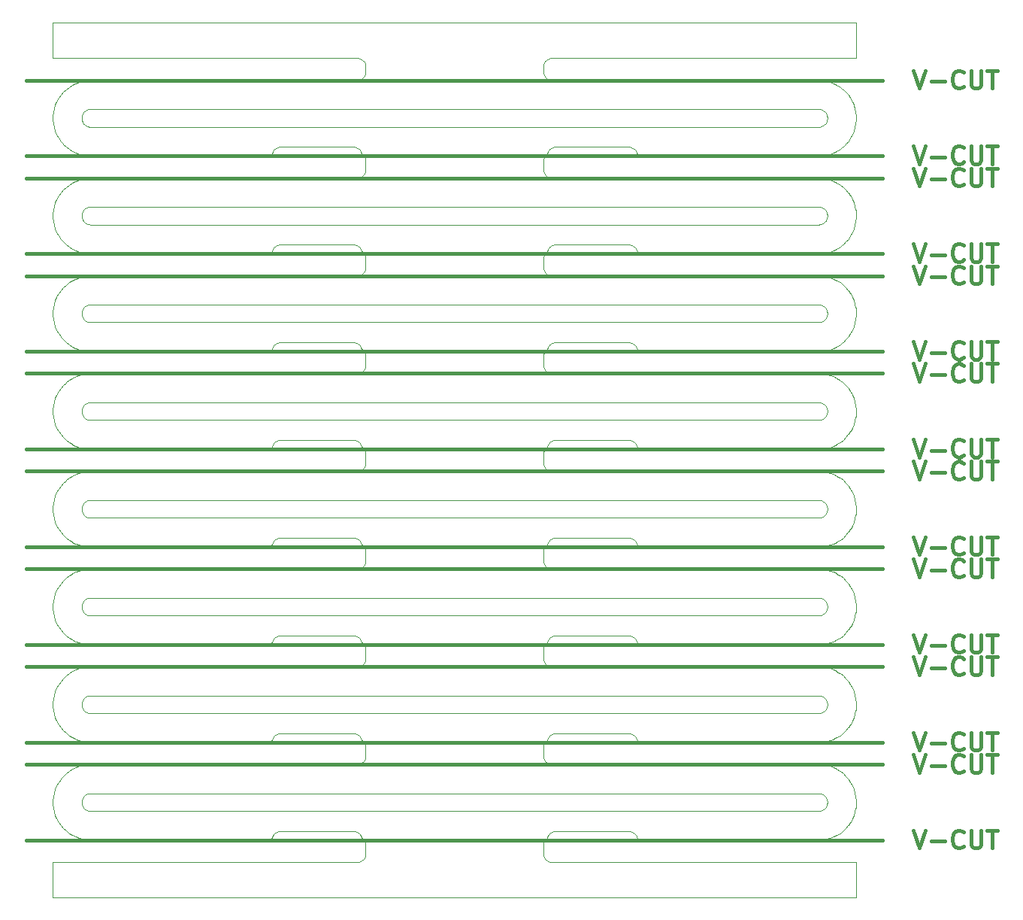
<source format=gbr>
G04 #@! TF.GenerationSoftware,KiCad,Pcbnew,5.1.5+dfsg1-2build2*
G04 #@! TF.CreationDate,2021-10-10T04:01:28+00:00*
G04 #@! TF.ProjectId,bobbin_bottom_4.0,626f6262-696e-45f6-926f-74746f6d5f34,rev?*
G04 #@! TF.SameCoordinates,Original*
G04 #@! TF.FileFunction,Other,Comment*
%FSLAX46Y46*%
G04 Gerber Fmt 4.6, Leading zero omitted, Abs format (unit mm)*
G04 Created by KiCad (PCBNEW 5.1.5+dfsg1-2build2) date 2021-10-10 04:01:28*
%MOMM*%
%LPD*%
G04 APERTURE LIST*
%ADD10C,0.400000*%
G04 #@! TA.AperFunction,Profile*
%ADD11C,0.100000*%
G04 #@! TD*
G04 APERTURE END LIST*
D10*
X146946021Y-112404761D02*
X147612687Y-114404761D01*
X148279354Y-112404761D01*
X148946021Y-113642857D02*
X150469830Y-113642857D01*
X152565068Y-114214285D02*
X152469830Y-114309523D01*
X152184116Y-114404761D01*
X151993640Y-114404761D01*
X151707925Y-114309523D01*
X151517449Y-114119047D01*
X151422211Y-113928571D01*
X151326973Y-113547619D01*
X151326973Y-113261904D01*
X151422211Y-112880952D01*
X151517449Y-112690476D01*
X151707925Y-112500000D01*
X151993640Y-112404761D01*
X152184116Y-112404761D01*
X152469830Y-112500000D01*
X152565068Y-112595238D01*
X153422211Y-112404761D02*
X153422211Y-114023809D01*
X153517449Y-114214285D01*
X153612687Y-114309523D01*
X153803164Y-114404761D01*
X154184116Y-114404761D01*
X154374592Y-114309523D01*
X154469830Y-114214285D01*
X154565068Y-114023809D01*
X154565068Y-112404761D01*
X155231735Y-112404761D02*
X156374592Y-112404761D01*
X155803164Y-114404761D02*
X155803164Y-112404761D01*
X47004455Y-113500000D02*
X143495545Y-113500000D01*
X146946021Y-123404761D02*
X147612687Y-125404761D01*
X148279354Y-123404761D01*
X148946021Y-124642857D02*
X150469830Y-124642857D01*
X152565068Y-125214285D02*
X152469830Y-125309523D01*
X152184116Y-125404761D01*
X151993640Y-125404761D01*
X151707925Y-125309523D01*
X151517449Y-125119047D01*
X151422211Y-124928571D01*
X151326973Y-124547619D01*
X151326973Y-124261904D01*
X151422211Y-123880952D01*
X151517449Y-123690476D01*
X151707925Y-123500000D01*
X151993640Y-123404761D01*
X152184116Y-123404761D01*
X152469830Y-123500000D01*
X152565068Y-123595238D01*
X153422211Y-123404761D02*
X153422211Y-125023809D01*
X153517449Y-125214285D01*
X153612687Y-125309523D01*
X153803164Y-125404761D01*
X154184116Y-125404761D01*
X154374592Y-125309523D01*
X154469830Y-125214285D01*
X154565068Y-125023809D01*
X154565068Y-123404761D01*
X155231735Y-123404761D02*
X156374592Y-123404761D01*
X155803164Y-125404761D02*
X155803164Y-123404761D01*
X47004455Y-124500000D02*
X143495545Y-124500000D01*
X146946021Y-125904761D02*
X147612687Y-127904761D01*
X148279354Y-125904761D01*
X148946021Y-127142857D02*
X150469830Y-127142857D01*
X152565068Y-127714285D02*
X152469830Y-127809523D01*
X152184116Y-127904761D01*
X151993640Y-127904761D01*
X151707925Y-127809523D01*
X151517449Y-127619047D01*
X151422211Y-127428571D01*
X151326973Y-127047619D01*
X151326973Y-126761904D01*
X151422211Y-126380952D01*
X151517449Y-126190476D01*
X151707925Y-126000000D01*
X151993640Y-125904761D01*
X152184116Y-125904761D01*
X152469830Y-126000000D01*
X152565068Y-126095238D01*
X153422211Y-125904761D02*
X153422211Y-127523809D01*
X153517449Y-127714285D01*
X153612687Y-127809523D01*
X153803164Y-127904761D01*
X154184116Y-127904761D01*
X154374592Y-127809523D01*
X154469830Y-127714285D01*
X154565068Y-127523809D01*
X154565068Y-125904761D01*
X155231735Y-125904761D02*
X156374592Y-125904761D01*
X155803164Y-127904761D02*
X155803164Y-125904761D01*
X47004455Y-127000000D02*
X143495545Y-127000000D01*
X146946021Y-134404761D02*
X147612687Y-136404761D01*
X148279354Y-134404761D01*
X148946021Y-135642857D02*
X150469830Y-135642857D01*
X152565068Y-136214285D02*
X152469830Y-136309523D01*
X152184116Y-136404761D01*
X151993640Y-136404761D01*
X151707925Y-136309523D01*
X151517449Y-136119047D01*
X151422211Y-135928571D01*
X151326973Y-135547619D01*
X151326973Y-135261904D01*
X151422211Y-134880952D01*
X151517449Y-134690476D01*
X151707925Y-134500000D01*
X151993640Y-134404761D01*
X152184116Y-134404761D01*
X152469830Y-134500000D01*
X152565068Y-134595238D01*
X153422211Y-134404761D02*
X153422211Y-136023809D01*
X153517449Y-136214285D01*
X153612687Y-136309523D01*
X153803164Y-136404761D01*
X154184116Y-136404761D01*
X154374592Y-136309523D01*
X154469830Y-136214285D01*
X154565068Y-136023809D01*
X154565068Y-134404761D01*
X155231735Y-134404761D02*
X156374592Y-134404761D01*
X155803164Y-136404761D02*
X155803164Y-134404761D01*
X47004455Y-135500000D02*
X143495545Y-135500000D01*
X146946021Y-114904761D02*
X147612687Y-116904761D01*
X148279354Y-114904761D01*
X148946021Y-116142857D02*
X150469830Y-116142857D01*
X152565068Y-116714285D02*
X152469830Y-116809523D01*
X152184116Y-116904761D01*
X151993640Y-116904761D01*
X151707925Y-116809523D01*
X151517449Y-116619047D01*
X151422211Y-116428571D01*
X151326973Y-116047619D01*
X151326973Y-115761904D01*
X151422211Y-115380952D01*
X151517449Y-115190476D01*
X151707925Y-115000000D01*
X151993640Y-114904761D01*
X152184116Y-114904761D01*
X152469830Y-115000000D01*
X152565068Y-115095238D01*
X153422211Y-114904761D02*
X153422211Y-116523809D01*
X153517449Y-116714285D01*
X153612687Y-116809523D01*
X153803164Y-116904761D01*
X154184116Y-116904761D01*
X154374592Y-116809523D01*
X154469830Y-116714285D01*
X154565068Y-116523809D01*
X154565068Y-114904761D01*
X155231735Y-114904761D02*
X156374592Y-114904761D01*
X155803164Y-116904761D02*
X155803164Y-114904761D01*
X47004455Y-116000000D02*
X143495545Y-116000000D01*
X146946021Y-103904761D02*
X147612687Y-105904761D01*
X148279354Y-103904761D01*
X148946021Y-105142857D02*
X150469830Y-105142857D01*
X152565068Y-105714285D02*
X152469830Y-105809523D01*
X152184116Y-105904761D01*
X151993640Y-105904761D01*
X151707925Y-105809523D01*
X151517449Y-105619047D01*
X151422211Y-105428571D01*
X151326973Y-105047619D01*
X151326973Y-104761904D01*
X151422211Y-104380952D01*
X151517449Y-104190476D01*
X151707925Y-104000000D01*
X151993640Y-103904761D01*
X152184116Y-103904761D01*
X152469830Y-104000000D01*
X152565068Y-104095238D01*
X153422211Y-103904761D02*
X153422211Y-105523809D01*
X153517449Y-105714285D01*
X153612687Y-105809523D01*
X153803164Y-105904761D01*
X154184116Y-105904761D01*
X154374592Y-105809523D01*
X154469830Y-105714285D01*
X154565068Y-105523809D01*
X154565068Y-103904761D01*
X155231735Y-103904761D02*
X156374592Y-103904761D01*
X155803164Y-105904761D02*
X155803164Y-103904761D01*
X47004455Y-105000000D02*
X143495545Y-105000000D01*
X146946021Y-101404761D02*
X147612687Y-103404761D01*
X148279354Y-101404761D01*
X148946021Y-102642857D02*
X150469830Y-102642857D01*
X152565068Y-103214285D02*
X152469830Y-103309523D01*
X152184116Y-103404761D01*
X151993640Y-103404761D01*
X151707925Y-103309523D01*
X151517449Y-103119047D01*
X151422211Y-102928571D01*
X151326973Y-102547619D01*
X151326973Y-102261904D01*
X151422211Y-101880952D01*
X151517449Y-101690476D01*
X151707925Y-101500000D01*
X151993640Y-101404761D01*
X152184116Y-101404761D01*
X152469830Y-101500000D01*
X152565068Y-101595238D01*
X153422211Y-101404761D02*
X153422211Y-103023809D01*
X153517449Y-103214285D01*
X153612687Y-103309523D01*
X153803164Y-103404761D01*
X154184116Y-103404761D01*
X154374592Y-103309523D01*
X154469830Y-103214285D01*
X154565068Y-103023809D01*
X154565068Y-101404761D01*
X155231735Y-101404761D02*
X156374592Y-101404761D01*
X155803164Y-103404761D02*
X155803164Y-101404761D01*
X47004455Y-102500000D02*
X143495545Y-102500000D01*
X146946021Y-92904761D02*
X147612687Y-94904761D01*
X148279354Y-92904761D01*
X148946021Y-94142857D02*
X150469830Y-94142857D01*
X152565068Y-94714285D02*
X152469830Y-94809523D01*
X152184116Y-94904761D01*
X151993640Y-94904761D01*
X151707925Y-94809523D01*
X151517449Y-94619047D01*
X151422211Y-94428571D01*
X151326973Y-94047619D01*
X151326973Y-93761904D01*
X151422211Y-93380952D01*
X151517449Y-93190476D01*
X151707925Y-93000000D01*
X151993640Y-92904761D01*
X152184116Y-92904761D01*
X152469830Y-93000000D01*
X152565068Y-93095238D01*
X153422211Y-92904761D02*
X153422211Y-94523809D01*
X153517449Y-94714285D01*
X153612687Y-94809523D01*
X153803164Y-94904761D01*
X154184116Y-94904761D01*
X154374592Y-94809523D01*
X154469830Y-94714285D01*
X154565068Y-94523809D01*
X154565068Y-92904761D01*
X155231735Y-92904761D02*
X156374592Y-92904761D01*
X155803164Y-94904761D02*
X155803164Y-92904761D01*
X47004455Y-94000000D02*
X143495545Y-94000000D01*
X146946021Y-90404761D02*
X147612687Y-92404761D01*
X148279354Y-90404761D01*
X148946021Y-91642857D02*
X150469830Y-91642857D01*
X152565068Y-92214285D02*
X152469830Y-92309523D01*
X152184116Y-92404761D01*
X151993640Y-92404761D01*
X151707925Y-92309523D01*
X151517449Y-92119047D01*
X151422211Y-91928571D01*
X151326973Y-91547619D01*
X151326973Y-91261904D01*
X151422211Y-90880952D01*
X151517449Y-90690476D01*
X151707925Y-90500000D01*
X151993640Y-90404761D01*
X152184116Y-90404761D01*
X152469830Y-90500000D01*
X152565068Y-90595238D01*
X153422211Y-90404761D02*
X153422211Y-92023809D01*
X153517449Y-92214285D01*
X153612687Y-92309523D01*
X153803164Y-92404761D01*
X154184116Y-92404761D01*
X154374592Y-92309523D01*
X154469830Y-92214285D01*
X154565068Y-92023809D01*
X154565068Y-90404761D01*
X155231735Y-90404761D02*
X156374592Y-90404761D01*
X155803164Y-92404761D02*
X155803164Y-90404761D01*
X47004455Y-91500000D02*
X143495545Y-91500000D01*
X146946021Y-81904761D02*
X147612687Y-83904761D01*
X148279354Y-81904761D01*
X148946021Y-83142857D02*
X150469830Y-83142857D01*
X152565068Y-83714285D02*
X152469830Y-83809523D01*
X152184116Y-83904761D01*
X151993640Y-83904761D01*
X151707925Y-83809523D01*
X151517449Y-83619047D01*
X151422211Y-83428571D01*
X151326973Y-83047619D01*
X151326973Y-82761904D01*
X151422211Y-82380952D01*
X151517449Y-82190476D01*
X151707925Y-82000000D01*
X151993640Y-81904761D01*
X152184116Y-81904761D01*
X152469830Y-82000000D01*
X152565068Y-82095238D01*
X153422211Y-81904761D02*
X153422211Y-83523809D01*
X153517449Y-83714285D01*
X153612687Y-83809523D01*
X153803164Y-83904761D01*
X154184116Y-83904761D01*
X154374592Y-83809523D01*
X154469830Y-83714285D01*
X154565068Y-83523809D01*
X154565068Y-81904761D01*
X155231735Y-81904761D02*
X156374592Y-81904761D01*
X155803164Y-83904761D02*
X155803164Y-81904761D01*
X47004455Y-83000000D02*
X143495545Y-83000000D01*
X146946021Y-79404761D02*
X147612687Y-81404761D01*
X148279354Y-79404761D01*
X148946021Y-80642857D02*
X150469830Y-80642857D01*
X152565068Y-81214285D02*
X152469830Y-81309523D01*
X152184116Y-81404761D01*
X151993640Y-81404761D01*
X151707925Y-81309523D01*
X151517449Y-81119047D01*
X151422211Y-80928571D01*
X151326973Y-80547619D01*
X151326973Y-80261904D01*
X151422211Y-79880952D01*
X151517449Y-79690476D01*
X151707925Y-79500000D01*
X151993640Y-79404761D01*
X152184116Y-79404761D01*
X152469830Y-79500000D01*
X152565068Y-79595238D01*
X153422211Y-79404761D02*
X153422211Y-81023809D01*
X153517449Y-81214285D01*
X153612687Y-81309523D01*
X153803164Y-81404761D01*
X154184116Y-81404761D01*
X154374592Y-81309523D01*
X154469830Y-81214285D01*
X154565068Y-81023809D01*
X154565068Y-79404761D01*
X155231735Y-79404761D02*
X156374592Y-79404761D01*
X155803164Y-81404761D02*
X155803164Y-79404761D01*
X47004455Y-80500000D02*
X143495545Y-80500000D01*
X146946021Y-57404761D02*
X147612687Y-59404761D01*
X148279354Y-57404761D01*
X148946021Y-58642857D02*
X150469830Y-58642857D01*
X152565068Y-59214285D02*
X152469830Y-59309523D01*
X152184116Y-59404761D01*
X151993640Y-59404761D01*
X151707925Y-59309523D01*
X151517449Y-59119047D01*
X151422211Y-58928571D01*
X151326973Y-58547619D01*
X151326973Y-58261904D01*
X151422211Y-57880952D01*
X151517449Y-57690476D01*
X151707925Y-57500000D01*
X151993640Y-57404761D01*
X152184116Y-57404761D01*
X152469830Y-57500000D01*
X152565068Y-57595238D01*
X153422211Y-57404761D02*
X153422211Y-59023809D01*
X153517449Y-59214285D01*
X153612687Y-59309523D01*
X153803164Y-59404761D01*
X154184116Y-59404761D01*
X154374592Y-59309523D01*
X154469830Y-59214285D01*
X154565068Y-59023809D01*
X154565068Y-57404761D01*
X155231735Y-57404761D02*
X156374592Y-57404761D01*
X155803164Y-59404761D02*
X155803164Y-57404761D01*
X47004455Y-58500000D02*
X143495545Y-58500000D01*
X146946021Y-68404761D02*
X147612687Y-70404761D01*
X148279354Y-68404761D01*
X148946021Y-69642857D02*
X150469830Y-69642857D01*
X152565068Y-70214285D02*
X152469830Y-70309523D01*
X152184116Y-70404761D01*
X151993640Y-70404761D01*
X151707925Y-70309523D01*
X151517449Y-70119047D01*
X151422211Y-69928571D01*
X151326973Y-69547619D01*
X151326973Y-69261904D01*
X151422211Y-68880952D01*
X151517449Y-68690476D01*
X151707925Y-68500000D01*
X151993640Y-68404761D01*
X152184116Y-68404761D01*
X152469830Y-68500000D01*
X152565068Y-68595238D01*
X153422211Y-68404761D02*
X153422211Y-70023809D01*
X153517449Y-70214285D01*
X153612687Y-70309523D01*
X153803164Y-70404761D01*
X154184116Y-70404761D01*
X154374592Y-70309523D01*
X154469830Y-70214285D01*
X154565068Y-70023809D01*
X154565068Y-68404761D01*
X155231735Y-68404761D02*
X156374592Y-68404761D01*
X155803164Y-70404761D02*
X155803164Y-68404761D01*
X47004455Y-69500000D02*
X143495545Y-69500000D01*
X146946021Y-59904761D02*
X147612687Y-61904761D01*
X148279354Y-59904761D01*
X148946021Y-61142857D02*
X150469830Y-61142857D01*
X152565068Y-61714285D02*
X152469830Y-61809523D01*
X152184116Y-61904761D01*
X151993640Y-61904761D01*
X151707925Y-61809523D01*
X151517449Y-61619047D01*
X151422211Y-61428571D01*
X151326973Y-61047619D01*
X151326973Y-60761904D01*
X151422211Y-60380952D01*
X151517449Y-60190476D01*
X151707925Y-60000000D01*
X151993640Y-59904761D01*
X152184116Y-59904761D01*
X152469830Y-60000000D01*
X152565068Y-60095238D01*
X153422211Y-59904761D02*
X153422211Y-61523809D01*
X153517449Y-61714285D01*
X153612687Y-61809523D01*
X153803164Y-61904761D01*
X154184116Y-61904761D01*
X154374592Y-61809523D01*
X154469830Y-61714285D01*
X154565068Y-61523809D01*
X154565068Y-59904761D01*
X155231735Y-59904761D02*
X156374592Y-59904761D01*
X155803164Y-61904761D02*
X155803164Y-59904761D01*
X47004455Y-61000000D02*
X143495545Y-61000000D01*
X146946021Y-70904761D02*
X147612687Y-72904761D01*
X148279354Y-70904761D01*
X148946021Y-72142857D02*
X150469830Y-72142857D01*
X152565068Y-72714285D02*
X152469830Y-72809523D01*
X152184116Y-72904761D01*
X151993640Y-72904761D01*
X151707925Y-72809523D01*
X151517449Y-72619047D01*
X151422211Y-72428571D01*
X151326973Y-72047619D01*
X151326973Y-71761904D01*
X151422211Y-71380952D01*
X151517449Y-71190476D01*
X151707925Y-71000000D01*
X151993640Y-70904761D01*
X152184116Y-70904761D01*
X152469830Y-71000000D01*
X152565068Y-71095238D01*
X153422211Y-70904761D02*
X153422211Y-72523809D01*
X153517449Y-72714285D01*
X153612687Y-72809523D01*
X153803164Y-72904761D01*
X154184116Y-72904761D01*
X154374592Y-72809523D01*
X154469830Y-72714285D01*
X154565068Y-72523809D01*
X154565068Y-70904761D01*
X155231735Y-70904761D02*
X156374592Y-70904761D01*
X155803164Y-72904761D02*
X155803164Y-70904761D01*
X47004455Y-72000000D02*
X143495545Y-72000000D01*
X146946021Y-48904761D02*
X147612687Y-50904761D01*
X148279354Y-48904761D01*
X148946021Y-50142857D02*
X150469830Y-50142857D01*
X152565068Y-50714285D02*
X152469830Y-50809523D01*
X152184116Y-50904761D01*
X151993640Y-50904761D01*
X151707925Y-50809523D01*
X151517449Y-50619047D01*
X151422211Y-50428571D01*
X151326973Y-50047619D01*
X151326973Y-49761904D01*
X151422211Y-49380952D01*
X151517449Y-49190476D01*
X151707925Y-49000000D01*
X151993640Y-48904761D01*
X152184116Y-48904761D01*
X152469830Y-49000000D01*
X152565068Y-49095238D01*
X153422211Y-48904761D02*
X153422211Y-50523809D01*
X153517449Y-50714285D01*
X153612687Y-50809523D01*
X153803164Y-50904761D01*
X154184116Y-50904761D01*
X154374592Y-50809523D01*
X154469830Y-50714285D01*
X154565068Y-50523809D01*
X154565068Y-48904761D01*
X155231735Y-48904761D02*
X156374592Y-48904761D01*
X155803164Y-50904761D02*
X155803164Y-48904761D01*
X47004455Y-50000000D02*
X143495545Y-50000000D01*
D11*
X136499900Y-77215900D02*
X136401100Y-77236200D01*
X136596400Y-77185700D02*
X136499900Y-77215900D01*
X136689300Y-77145900D02*
X136596400Y-77185700D01*
X136777600Y-77096800D02*
X136689300Y-77145900D01*
X136860600Y-77039100D02*
X136777600Y-77096800D01*
X136937300Y-76973300D02*
X136860600Y-77039100D01*
X137007100Y-76899800D02*
X136937300Y-76973300D01*
X137069000Y-76819900D02*
X137007100Y-76899800D01*
X137122400Y-76734100D02*
X137069000Y-76819900D01*
X137166900Y-76643400D02*
X137122400Y-76734100D01*
X137202000Y-76548600D02*
X137166900Y-76643400D01*
X137227300Y-76450700D02*
X137202000Y-76548600D01*
X137242600Y-76350800D02*
X137227300Y-76450700D01*
X137247700Y-76249900D02*
X137242600Y-76350800D01*
X137242600Y-76149200D02*
X137247700Y-76249900D01*
X137227300Y-76049300D02*
X137242600Y-76149200D01*
X137202000Y-75951500D02*
X137227300Y-76049300D01*
X137166900Y-75856700D02*
X137202000Y-75951500D01*
X137122400Y-75766000D02*
X137166900Y-75856700D01*
X137069000Y-75680200D02*
X137122400Y-75766000D01*
X137007100Y-75600300D02*
X137069000Y-75680200D01*
X136937300Y-75526800D02*
X137007100Y-75600300D01*
X136860600Y-75461000D02*
X136937300Y-75526800D01*
X136777600Y-75403300D02*
X136860600Y-75461000D01*
X136689300Y-75354200D02*
X136777600Y-75403300D01*
X136596600Y-75314500D02*
X136689300Y-75354200D01*
X136500200Y-75284200D02*
X136596600Y-75314500D01*
X136401200Y-75263800D02*
X136500200Y-75284200D01*
X136300700Y-75253600D02*
X136401200Y-75263800D01*
X136224800Y-75251000D02*
X136300700Y-75253600D01*
X54275400Y-75251000D02*
X136224800Y-75251000D01*
X54199100Y-75253600D02*
X54275400Y-75251000D01*
X54098800Y-75263800D02*
X54199100Y-75253600D01*
X53999800Y-75284200D02*
X54098800Y-75263800D01*
X53903400Y-75314500D02*
X53999800Y-75284200D01*
X53810500Y-75354300D02*
X53903400Y-75314500D01*
X53722100Y-75403400D02*
X53810500Y-75354300D01*
X53639200Y-75461200D02*
X53722100Y-75403400D01*
X53562500Y-75527000D02*
X53639200Y-75461200D01*
X53492900Y-75600300D02*
X53562500Y-75527000D01*
X53431000Y-75680200D02*
X53492900Y-75600300D01*
X53377600Y-75766000D02*
X53431000Y-75680200D01*
X53333100Y-75856700D02*
X53377600Y-75766000D01*
X53298100Y-75951200D02*
X53333100Y-75856700D01*
X53272700Y-76049100D02*
X53298100Y-75951200D01*
X53257400Y-76149000D02*
X53272700Y-76049100D01*
X53252300Y-76249900D02*
X53257400Y-76149000D01*
X53257400Y-76350800D02*
X53252300Y-76249900D01*
X53272700Y-76450700D02*
X53257400Y-76350800D01*
X53298000Y-76548600D02*
X53272700Y-76450700D01*
X53333100Y-76643400D02*
X53298000Y-76548600D01*
X53377600Y-76734100D02*
X53333100Y-76643400D01*
X53431000Y-76819900D02*
X53377600Y-76734100D01*
X53492900Y-76899800D02*
X53431000Y-76819900D01*
X53562500Y-76973100D02*
X53492900Y-76899800D01*
X53639200Y-77038900D02*
X53562500Y-76973100D01*
X53722100Y-77096700D02*
X53639200Y-77038900D01*
X53810500Y-77145700D02*
X53722100Y-77096700D01*
X53903400Y-77185600D02*
X53810500Y-77145700D01*
X53999800Y-77215900D02*
X53903400Y-77185600D01*
X54098800Y-77236200D02*
X53999800Y-77215900D01*
X54199300Y-77246500D02*
X54098800Y-77236200D01*
X54275200Y-77249000D02*
X54199300Y-77246500D01*
X136224900Y-77249000D02*
X54275200Y-77249000D01*
X136300500Y-77246500D02*
X136224900Y-77249000D01*
X136401100Y-77236200D02*
X136300500Y-77246500D01*
X136499900Y-132216000D02*
X136401100Y-132236300D01*
X136596400Y-132185800D02*
X136499900Y-132216000D01*
X136689300Y-132145900D02*
X136596400Y-132185800D01*
X136777600Y-132096900D02*
X136689300Y-132145900D01*
X136860600Y-132039200D02*
X136777600Y-132096900D01*
X136937300Y-131973400D02*
X136860600Y-132039200D01*
X137007100Y-131899900D02*
X136937300Y-131973400D01*
X137069000Y-131820000D02*
X137007100Y-131899900D01*
X137122400Y-131734200D02*
X137069000Y-131820000D01*
X137166900Y-131643500D02*
X137122400Y-131734200D01*
X137202000Y-131548700D02*
X137166900Y-131643500D01*
X137227300Y-131450800D02*
X137202000Y-131548700D01*
X137242600Y-131350900D02*
X137227300Y-131450800D01*
X137247700Y-131250000D02*
X137242600Y-131350900D01*
X137242600Y-131149300D02*
X137247700Y-131250000D01*
X137227300Y-131049400D02*
X137242600Y-131149300D01*
X137202000Y-130951600D02*
X137227300Y-131049400D01*
X137166900Y-130856800D02*
X137202000Y-130951600D01*
X137122400Y-130766100D02*
X137166900Y-130856800D01*
X137069000Y-130680300D02*
X137122400Y-130766100D01*
X137007100Y-130600300D02*
X137069000Y-130680300D01*
X136937300Y-130526900D02*
X137007100Y-130600300D01*
X136860600Y-130461100D02*
X136937300Y-130526900D01*
X136777600Y-130403300D02*
X136860600Y-130461100D01*
X136689300Y-130354300D02*
X136777600Y-130403300D01*
X136596600Y-130314600D02*
X136689300Y-130354300D01*
X136500200Y-130284300D02*
X136596600Y-130314600D01*
X136401200Y-130263900D02*
X136500200Y-130284300D01*
X136300700Y-130253700D02*
X136401200Y-130263900D01*
X136224800Y-130251100D02*
X136300700Y-130253700D01*
X54275400Y-130251100D02*
X136224800Y-130251100D01*
X54199200Y-130253700D02*
X54275400Y-130251100D01*
X54098800Y-130263900D02*
X54199200Y-130253700D01*
X53999800Y-130284300D02*
X54098800Y-130263900D01*
X53903400Y-130314600D02*
X53999800Y-130284300D01*
X53810500Y-130354400D02*
X53903400Y-130314600D01*
X53722100Y-130403500D02*
X53810500Y-130354400D01*
X53639200Y-130461200D02*
X53722100Y-130403500D01*
X53562500Y-130527100D02*
X53639200Y-130461200D01*
X53492900Y-130600300D02*
X53562500Y-130527100D01*
X53431000Y-130680300D02*
X53492900Y-130600300D01*
X53377600Y-130766100D02*
X53431000Y-130680300D01*
X53333100Y-130856800D02*
X53377600Y-130766100D01*
X53298100Y-130951300D02*
X53333100Y-130856800D01*
X53272700Y-131049200D02*
X53298100Y-130951300D01*
X53257400Y-131149100D02*
X53272700Y-131049200D01*
X53252300Y-131250000D02*
X53257400Y-131149100D01*
X53257400Y-131350900D02*
X53252300Y-131250000D01*
X53272700Y-131450800D02*
X53257400Y-131350900D01*
X53298000Y-131548700D02*
X53272700Y-131450800D01*
X53333100Y-131643500D02*
X53298000Y-131548700D01*
X53377600Y-131734200D02*
X53333100Y-131643500D01*
X53431000Y-131820000D02*
X53377600Y-131734200D01*
X53492900Y-131899900D02*
X53431000Y-131820000D01*
X53562500Y-131973200D02*
X53492900Y-131899900D01*
X53639200Y-132039000D02*
X53562500Y-131973200D01*
X53722100Y-132096800D02*
X53639200Y-132039000D01*
X53810500Y-132145800D02*
X53722100Y-132096800D01*
X53903400Y-132185700D02*
X53810500Y-132145800D01*
X53999800Y-132216000D02*
X53903400Y-132185700D01*
X54098800Y-132236300D02*
X53999800Y-132216000D01*
X54199300Y-132246600D02*
X54098800Y-132236300D01*
X54275200Y-132249100D02*
X54199300Y-132246600D01*
X136224900Y-132249100D02*
X54275200Y-132249100D01*
X136300500Y-132246500D02*
X136224900Y-132249100D01*
X136401100Y-132236300D02*
X136300500Y-132246500D01*
X136499900Y-66215900D02*
X136401000Y-66236200D01*
X136596400Y-66185700D02*
X136499900Y-66215900D01*
X136689300Y-66145800D02*
X136596400Y-66185700D01*
X136777600Y-66096800D02*
X136689300Y-66145800D01*
X136860600Y-66039100D02*
X136777600Y-66096800D01*
X136937300Y-65973300D02*
X136860600Y-66039100D01*
X137007100Y-65899800D02*
X136937300Y-65973300D01*
X137068800Y-65820100D02*
X137007100Y-65899800D01*
X137122300Y-65734300D02*
X137068800Y-65820100D01*
X137166800Y-65643600D02*
X137122300Y-65734300D01*
X137201900Y-65548800D02*
X137166800Y-65643600D01*
X137227300Y-65451000D02*
X137201900Y-65548800D01*
X137242600Y-65351100D02*
X137227300Y-65451000D01*
X137247700Y-65250200D02*
X137242600Y-65351100D01*
X137242600Y-65149200D02*
X137247700Y-65250200D01*
X137227300Y-65049300D02*
X137242600Y-65149200D01*
X137202000Y-64951500D02*
X137227300Y-65049300D01*
X137166800Y-64856400D02*
X137202000Y-64951500D01*
X137122300Y-64765700D02*
X137166800Y-64856400D01*
X137068800Y-64679900D02*
X137122300Y-64765700D01*
X137006900Y-64600000D02*
X137068800Y-64679900D01*
X136937300Y-64526800D02*
X137006900Y-64600000D01*
X136860600Y-64461000D02*
X136937300Y-64526800D01*
X136777600Y-64403200D02*
X136860600Y-64461000D01*
X136689500Y-64354300D02*
X136777600Y-64403200D01*
X136596600Y-64314500D02*
X136689500Y-64354300D01*
X136500200Y-64284200D02*
X136596600Y-64314500D01*
X136401200Y-64263800D02*
X136500200Y-64284200D01*
X136300700Y-64253600D02*
X136401200Y-64263800D01*
X136224800Y-64251000D02*
X136300700Y-64253600D01*
X54275300Y-64251000D02*
X136224800Y-64251000D01*
X54199200Y-64253600D02*
X54275300Y-64251000D01*
X54098800Y-64263800D02*
X54199200Y-64253600D01*
X53999800Y-64284200D02*
X54098800Y-64263800D01*
X53903400Y-64314500D02*
X53999800Y-64284200D01*
X53810500Y-64354300D02*
X53903400Y-64314500D01*
X53722100Y-64403400D02*
X53810500Y-64354300D01*
X53639200Y-64461100D02*
X53722100Y-64403400D01*
X53562500Y-64527000D02*
X53639200Y-64461100D01*
X53492900Y-64600200D02*
X53562500Y-64527000D01*
X53431000Y-64680200D02*
X53492900Y-64600200D01*
X53377600Y-64765900D02*
X53431000Y-64680200D01*
X53333100Y-64856700D02*
X53377600Y-64765900D01*
X53298000Y-64951500D02*
X53333100Y-64856700D01*
X53272700Y-65049000D02*
X53298000Y-64951500D01*
X53257400Y-65148900D02*
X53272700Y-65049000D01*
X53252300Y-65249900D02*
X53257400Y-65148900D01*
X53257400Y-65350800D02*
X53252300Y-65249900D01*
X53272700Y-65450700D02*
X53257400Y-65350800D01*
X53298000Y-65548600D02*
X53272700Y-65450700D01*
X53333100Y-65643300D02*
X53298000Y-65548600D01*
X53377600Y-65734100D02*
X53333100Y-65643300D01*
X53431000Y-65819900D02*
X53377600Y-65734100D01*
X53492900Y-65899800D02*
X53431000Y-65819900D01*
X53562500Y-65973100D02*
X53492900Y-65899800D01*
X53639200Y-66038900D02*
X53562500Y-65973100D01*
X53722100Y-66096700D02*
X53639200Y-66038900D01*
X53810500Y-66145700D02*
X53722100Y-66096700D01*
X53903400Y-66185600D02*
X53810500Y-66145700D01*
X53999800Y-66215900D02*
X53903400Y-66185600D01*
X54098800Y-66236200D02*
X53999800Y-66215900D01*
X54199300Y-66246400D02*
X54098800Y-66236200D01*
X54275200Y-66249000D02*
X54199300Y-66246400D01*
X136224900Y-66249000D02*
X54275200Y-66249000D01*
X136300600Y-66246400D02*
X136224900Y-66249000D01*
X136401000Y-66236200D02*
X136300600Y-66246400D01*
X136499900Y-121216000D02*
X136401000Y-121236300D01*
X136596400Y-121185800D02*
X136499900Y-121216000D01*
X136689300Y-121145900D02*
X136596400Y-121185800D01*
X136777600Y-121096900D02*
X136689300Y-121145900D01*
X136860600Y-121039200D02*
X136777600Y-121096900D01*
X136937300Y-120973300D02*
X136860600Y-121039200D01*
X137007100Y-120899900D02*
X136937300Y-120973300D01*
X137069000Y-120820000D02*
X137007100Y-120899900D01*
X137122400Y-120734200D02*
X137069000Y-120820000D01*
X137166900Y-120643400D02*
X137122400Y-120734200D01*
X137202000Y-120548700D02*
X137166900Y-120643400D01*
X137227300Y-120450800D02*
X137202000Y-120548700D01*
X137242600Y-120350900D02*
X137227300Y-120450800D01*
X137247700Y-120250000D02*
X137242600Y-120350900D01*
X137242600Y-120149300D02*
X137247700Y-120250000D01*
X137227300Y-120049400D02*
X137242600Y-120149300D01*
X137202000Y-119951600D02*
X137227300Y-120049400D01*
X137166900Y-119856800D02*
X137202000Y-119951600D01*
X137122400Y-119766000D02*
X137166900Y-119856800D01*
X137069000Y-119680300D02*
X137122400Y-119766000D01*
X137007100Y-119600300D02*
X137069000Y-119680300D01*
X136937300Y-119526900D02*
X137007100Y-119600300D01*
X136860600Y-119461100D02*
X136937300Y-119526900D01*
X136777600Y-119403300D02*
X136860600Y-119461100D01*
X136689300Y-119354300D02*
X136777600Y-119403300D01*
X136596600Y-119314500D02*
X136689300Y-119354300D01*
X136500200Y-119284300D02*
X136596600Y-119314500D01*
X136401200Y-119263900D02*
X136500200Y-119284300D01*
X136300700Y-119253700D02*
X136401200Y-119263900D01*
X136224800Y-119251100D02*
X136300700Y-119253700D01*
X54275300Y-119251100D02*
X136224800Y-119251100D01*
X54199300Y-119253700D02*
X54275300Y-119251100D01*
X54098800Y-119263900D02*
X54199300Y-119253700D01*
X53999800Y-119284300D02*
X54098800Y-119263900D01*
X53903400Y-119314500D02*
X53999800Y-119284300D01*
X53810500Y-119354400D02*
X53903400Y-119314500D01*
X53722100Y-119403500D02*
X53810500Y-119354400D01*
X53639200Y-119461200D02*
X53722100Y-119403500D01*
X53562500Y-119527100D02*
X53639200Y-119461200D01*
X53492900Y-119600300D02*
X53562500Y-119527100D01*
X53431000Y-119680300D02*
X53492900Y-119600300D01*
X53377600Y-119766000D02*
X53431000Y-119680300D01*
X53333100Y-119856800D02*
X53377600Y-119766000D01*
X53298100Y-119951300D02*
X53333100Y-119856800D01*
X53272700Y-120049100D02*
X53298100Y-119951300D01*
X53257400Y-120149000D02*
X53272700Y-120049100D01*
X53252300Y-120250000D02*
X53257400Y-120149000D01*
X53257400Y-120350900D02*
X53252300Y-120250000D01*
X53272700Y-120450800D02*
X53257400Y-120350900D01*
X53298000Y-120548700D02*
X53272700Y-120450800D01*
X53333100Y-120643400D02*
X53298000Y-120548700D01*
X53377600Y-120734200D02*
X53333100Y-120643400D01*
X53431000Y-120820000D02*
X53377600Y-120734200D01*
X53492900Y-120899900D02*
X53431000Y-120820000D01*
X53562500Y-120973200D02*
X53492900Y-120899900D01*
X53639200Y-121039000D02*
X53562500Y-120973200D01*
X53722100Y-121096700D02*
X53639200Y-121039000D01*
X53810500Y-121145800D02*
X53722100Y-121096700D01*
X53903400Y-121185700D02*
X53810500Y-121145800D01*
X53999800Y-121215900D02*
X53903400Y-121185700D01*
X54098800Y-121236300D02*
X53999800Y-121215900D01*
X54199300Y-121246500D02*
X54098800Y-121236300D01*
X54275200Y-121249100D02*
X54199300Y-121246500D01*
X136224800Y-121249100D02*
X54275200Y-121249100D01*
X136300600Y-121246500D02*
X136224800Y-121249100D01*
X136401000Y-121236300D02*
X136300600Y-121246500D01*
X136499900Y-55215900D02*
X136401000Y-55236200D01*
X136596400Y-55185700D02*
X136499900Y-55215900D01*
X136689300Y-55145800D02*
X136596400Y-55185700D01*
X136777600Y-55096800D02*
X136689300Y-55145800D01*
X136860600Y-55039100D02*
X136777600Y-55096800D01*
X136937300Y-54973200D02*
X136860600Y-55039100D01*
X137007100Y-54899800D02*
X136937300Y-54973200D01*
X137068800Y-54820100D02*
X137007100Y-54899800D01*
X137122300Y-54734300D02*
X137068800Y-54820100D01*
X137166800Y-54643600D02*
X137122300Y-54734300D01*
X137201900Y-54548800D02*
X137166800Y-54643600D01*
X137227300Y-54451000D02*
X137201900Y-54548800D01*
X137242600Y-54351100D02*
X137227300Y-54451000D01*
X137247700Y-54250100D02*
X137242600Y-54351100D01*
X137242600Y-54149200D02*
X137247700Y-54250100D01*
X137227300Y-54049300D02*
X137242600Y-54149200D01*
X137202000Y-53951500D02*
X137227300Y-54049300D01*
X137166800Y-53856400D02*
X137202000Y-53951500D01*
X137122300Y-53765700D02*
X137166800Y-53856400D01*
X137068800Y-53679900D02*
X137122300Y-53765700D01*
X137006900Y-53600000D02*
X137068800Y-53679900D01*
X136937300Y-53526800D02*
X137006900Y-53600000D01*
X136860600Y-53460900D02*
X136937300Y-53526800D01*
X136777600Y-53403200D02*
X136860600Y-53460900D01*
X136689500Y-53354300D02*
X136777600Y-53403200D01*
X136596600Y-53314400D02*
X136689500Y-53354300D01*
X136500200Y-53284200D02*
X136596600Y-53314400D01*
X136401200Y-53263800D02*
X136500200Y-53284200D01*
X136300700Y-53253600D02*
X136401200Y-53263800D01*
X136224800Y-53251000D02*
X136300700Y-53253600D01*
X54275200Y-53251000D02*
X136224800Y-53251000D01*
X54199300Y-53253600D02*
X54275200Y-53251000D01*
X54098800Y-53263800D02*
X54199300Y-53253600D01*
X53999800Y-53284200D02*
X54098800Y-53263800D01*
X53903400Y-53314400D02*
X53999800Y-53284200D01*
X53810500Y-53354300D02*
X53903400Y-53314400D01*
X53722100Y-53403400D02*
X53810500Y-53354300D01*
X53639200Y-53461100D02*
X53722100Y-53403400D01*
X53562500Y-53527000D02*
X53639200Y-53461100D01*
X53492900Y-53600200D02*
X53562500Y-53527000D01*
X53431000Y-53680200D02*
X53492900Y-53600200D01*
X53377600Y-53765900D02*
X53431000Y-53680200D01*
X53333100Y-53856700D02*
X53377600Y-53765900D01*
X53298000Y-53951500D02*
X53333100Y-53856700D01*
X53272700Y-54049000D02*
X53298000Y-53951500D01*
X53257400Y-54148900D02*
X53272700Y-54049000D01*
X53252300Y-54249900D02*
X53257400Y-54148900D01*
X53257400Y-54350800D02*
X53252300Y-54249900D01*
X53272700Y-54450700D02*
X53257400Y-54350800D01*
X53298000Y-54548500D02*
X53272700Y-54450700D01*
X53333100Y-54643300D02*
X53298000Y-54548500D01*
X53377600Y-54734100D02*
X53333100Y-54643300D01*
X53431000Y-54819900D02*
X53377600Y-54734100D01*
X53492900Y-54899800D02*
X53431000Y-54819900D01*
X53562500Y-54973000D02*
X53492900Y-54899800D01*
X53639200Y-55038900D02*
X53562500Y-54973000D01*
X53722100Y-55096600D02*
X53639200Y-55038900D01*
X53810500Y-55145700D02*
X53722100Y-55096600D01*
X53903400Y-55185600D02*
X53810500Y-55145700D01*
X53999800Y-55215800D02*
X53903400Y-55185600D01*
X54098800Y-55236200D02*
X53999800Y-55215800D01*
X54199300Y-55246400D02*
X54098800Y-55236200D01*
X54275200Y-55249000D02*
X54199300Y-55246400D01*
X136224800Y-55249000D02*
X54275200Y-55249000D01*
X136300700Y-55246400D02*
X136224800Y-55249000D01*
X136401000Y-55236200D02*
X136300700Y-55246400D01*
X136500200Y-110215900D02*
X136400900Y-110236300D01*
X136596600Y-110185700D02*
X136500200Y-110215900D01*
X136689500Y-110145800D02*
X136596600Y-110185700D01*
X136777900Y-110096700D02*
X136689500Y-110145800D01*
X136860800Y-110039000D02*
X136777900Y-110096700D01*
X136937500Y-109973100D02*
X136860800Y-110039000D01*
X137007100Y-109899900D02*
X136937500Y-109973100D01*
X137069000Y-109819900D02*
X137007100Y-109899900D01*
X137122400Y-109734200D02*
X137069000Y-109819900D01*
X137166900Y-109643400D02*
X137122400Y-109734200D01*
X137202000Y-109548600D02*
X137166900Y-109643400D01*
X137227300Y-109450800D02*
X137202000Y-109548600D01*
X137242600Y-109350900D02*
X137227300Y-109450800D01*
X137247700Y-109250000D02*
X137242600Y-109350900D01*
X137242600Y-109149300D02*
X137247700Y-109250000D01*
X137227300Y-109049400D02*
X137242600Y-109149300D01*
X137202000Y-108951500D02*
X137227300Y-109049400D01*
X137166900Y-108856800D02*
X137202000Y-108951500D01*
X137122400Y-108766000D02*
X137166900Y-108856800D01*
X137069000Y-108680200D02*
X137122400Y-108766000D01*
X137007100Y-108600300D02*
X137069000Y-108680200D01*
X136937300Y-108526900D02*
X137007100Y-108600300D01*
X136860600Y-108461000D02*
X136937300Y-108526900D01*
X136777600Y-108403300D02*
X136860600Y-108461000D01*
X136689300Y-108354300D02*
X136777600Y-108403300D01*
X136596600Y-108314500D02*
X136689300Y-108354300D01*
X136500200Y-108284300D02*
X136596600Y-108314500D01*
X136401200Y-108263900D02*
X136500200Y-108284300D01*
X136300700Y-108253700D02*
X136401200Y-108263900D01*
X136224800Y-108251100D02*
X136300700Y-108253700D01*
X54275200Y-108251100D02*
X136224800Y-108251100D01*
X54199400Y-108253700D02*
X54275200Y-108251100D01*
X54098800Y-108263900D02*
X54199400Y-108253700D01*
X53999800Y-108284300D02*
X54098800Y-108263900D01*
X53903400Y-108314500D02*
X53999800Y-108284300D01*
X53810500Y-108354400D02*
X53903400Y-108314500D01*
X53722100Y-108403500D02*
X53810500Y-108354400D01*
X53639200Y-108461200D02*
X53722100Y-108403500D01*
X53562500Y-108527000D02*
X53639200Y-108461200D01*
X53492900Y-108600300D02*
X53562500Y-108527000D01*
X53431000Y-108680200D02*
X53492900Y-108600300D01*
X53377600Y-108766000D02*
X53431000Y-108680200D01*
X53333100Y-108856800D02*
X53377600Y-108766000D01*
X53298100Y-108951300D02*
X53333100Y-108856800D01*
X53272700Y-109049100D02*
X53298100Y-108951300D01*
X53257400Y-109149000D02*
X53272700Y-109049100D01*
X53252300Y-109250000D02*
X53257400Y-109149000D01*
X53257400Y-109350900D02*
X53252300Y-109250000D01*
X53272700Y-109450800D02*
X53257400Y-109350900D01*
X53298000Y-109548600D02*
X53272700Y-109450800D01*
X53333100Y-109643400D02*
X53298000Y-109548600D01*
X53377600Y-109734200D02*
X53333100Y-109643400D01*
X53431000Y-109819900D02*
X53377600Y-109734200D01*
X53492900Y-109899900D02*
X53431000Y-109819900D01*
X53562500Y-109973100D02*
X53492900Y-109899900D01*
X53639200Y-110039000D02*
X53562500Y-109973100D01*
X53722100Y-110096700D02*
X53639200Y-110039000D01*
X53810500Y-110145800D02*
X53722100Y-110096700D01*
X53903400Y-110185700D02*
X53810500Y-110145800D01*
X53999800Y-110215900D02*
X53903400Y-110185700D01*
X54098800Y-110236300D02*
X53999800Y-110215900D01*
X54199300Y-110246500D02*
X54098800Y-110236300D01*
X54275200Y-110249100D02*
X54199300Y-110246500D01*
X136224700Y-110249100D02*
X54275200Y-110249100D01*
X136300700Y-110246500D02*
X136224700Y-110249100D01*
X136400900Y-110236300D02*
X136300700Y-110246500D01*
X136500200Y-99215900D02*
X136400800Y-99236300D01*
X136596600Y-99185600D02*
X136500200Y-99215900D01*
X136689500Y-99145800D02*
X136596600Y-99185600D01*
X136777900Y-99096700D02*
X136689500Y-99145800D01*
X136860800Y-99039000D02*
X136777900Y-99096700D01*
X136937500Y-98973100D02*
X136860800Y-99039000D01*
X137007100Y-98899900D02*
X136937500Y-98973100D01*
X137069000Y-98819900D02*
X137007100Y-98899900D01*
X137122400Y-98734100D02*
X137069000Y-98819900D01*
X137166900Y-98643400D02*
X137122400Y-98734100D01*
X137202000Y-98548600D02*
X137166900Y-98643400D01*
X137227300Y-98450800D02*
X137202000Y-98548600D01*
X137242600Y-98350900D02*
X137227300Y-98450800D01*
X137247700Y-98249900D02*
X137242600Y-98350900D01*
X137242600Y-98149300D02*
X137247700Y-98249900D01*
X137227300Y-98049400D02*
X137242600Y-98149300D01*
X137202000Y-97951500D02*
X137227300Y-98049400D01*
X137166900Y-97856700D02*
X137202000Y-97951500D01*
X137122400Y-97766000D02*
X137166900Y-97856700D01*
X137069000Y-97680200D02*
X137122400Y-97766000D01*
X137007100Y-97600300D02*
X137069000Y-97680200D01*
X136937300Y-97526800D02*
X137007100Y-97600300D01*
X136860600Y-97461000D02*
X136937300Y-97526800D01*
X136777600Y-97403300D02*
X136860600Y-97461000D01*
X136689300Y-97354300D02*
X136777600Y-97403300D01*
X136596600Y-97314500D02*
X136689300Y-97354300D01*
X136500200Y-97284200D02*
X136596600Y-97314500D01*
X136401200Y-97263900D02*
X136500200Y-97284200D01*
X136300700Y-97253600D02*
X136401200Y-97263900D01*
X136224800Y-97251100D02*
X136300700Y-97253600D01*
X54275100Y-97251100D02*
X136224800Y-97251100D01*
X54199500Y-97253700D02*
X54275100Y-97251100D01*
X54098800Y-97263900D02*
X54199500Y-97253700D01*
X53999800Y-97284200D02*
X54098800Y-97263900D01*
X53903400Y-97314500D02*
X53999800Y-97284200D01*
X53810500Y-97354400D02*
X53903400Y-97314500D01*
X53722100Y-97403400D02*
X53810500Y-97354400D01*
X53639200Y-97461200D02*
X53722100Y-97403400D01*
X53562500Y-97527000D02*
X53639200Y-97461200D01*
X53492900Y-97600300D02*
X53562500Y-97527000D01*
X53431000Y-97680200D02*
X53492900Y-97600300D01*
X53377600Y-97766000D02*
X53431000Y-97680200D01*
X53333100Y-97856700D02*
X53377600Y-97766000D01*
X53298100Y-97951300D02*
X53333100Y-97856700D01*
X53272700Y-98049100D02*
X53298100Y-97951300D01*
X53257400Y-98149000D02*
X53272700Y-98049100D01*
X53252300Y-98249900D02*
X53257400Y-98149000D01*
X53257400Y-98350900D02*
X53252300Y-98249900D01*
X53272700Y-98450800D02*
X53257400Y-98350900D01*
X53298000Y-98548600D02*
X53272700Y-98450800D01*
X53333100Y-98643400D02*
X53298000Y-98548600D01*
X53377600Y-98734100D02*
X53333100Y-98643400D01*
X53431000Y-98819900D02*
X53377600Y-98734100D01*
X53492900Y-98899900D02*
X53431000Y-98819900D01*
X53562500Y-98973100D02*
X53492900Y-98899900D01*
X53639200Y-99039000D02*
X53562500Y-98973100D01*
X53722100Y-99096700D02*
X53639200Y-99039000D01*
X53810500Y-99145800D02*
X53722100Y-99096700D01*
X53903400Y-99185600D02*
X53810500Y-99145800D01*
X53999800Y-99215900D02*
X53903400Y-99185600D01*
X54098800Y-99236300D02*
X53999800Y-99215900D01*
X54199300Y-99246500D02*
X54098800Y-99236300D01*
X54275200Y-99249100D02*
X54199300Y-99246500D01*
X136224600Y-99249100D02*
X54275200Y-99249100D01*
X136300800Y-99246500D02*
X136224600Y-99249100D01*
X136400800Y-99236300D02*
X136300800Y-99246500D01*
X136500200Y-88215900D02*
X136400700Y-88236300D01*
X136596600Y-88185600D02*
X136500200Y-88215900D01*
X136689500Y-88145700D02*
X136596600Y-88185600D01*
X136777900Y-88096700D02*
X136689500Y-88145700D01*
X136860800Y-88038900D02*
X136777900Y-88096700D01*
X136937500Y-87973100D02*
X136860800Y-88038900D01*
X137007100Y-87899800D02*
X136937500Y-87973100D01*
X137069000Y-87819900D02*
X137007100Y-87899800D01*
X137122400Y-87734100D02*
X137069000Y-87819900D01*
X137166900Y-87643400D02*
X137122400Y-87734100D01*
X137202000Y-87548600D02*
X137166900Y-87643400D01*
X137227300Y-87450800D02*
X137202000Y-87548600D01*
X137242600Y-87350900D02*
X137227300Y-87450800D01*
X137247700Y-87249900D02*
X137242600Y-87350900D01*
X137242600Y-87149300D02*
X137247700Y-87249900D01*
X137227300Y-87049400D02*
X137242600Y-87149300D01*
X137202000Y-86951500D02*
X137227300Y-87049400D01*
X137166900Y-86856700D02*
X137202000Y-86951500D01*
X137122400Y-86766000D02*
X137166900Y-86856700D01*
X137069000Y-86680200D02*
X137122400Y-86766000D01*
X137007100Y-86600300D02*
X137069000Y-86680200D01*
X136937300Y-86526800D02*
X137007100Y-86600300D01*
X136860600Y-86461000D02*
X136937300Y-86526800D01*
X136777600Y-86403300D02*
X136860600Y-86461000D01*
X136689300Y-86354200D02*
X136777600Y-86403300D01*
X136596600Y-86314500D02*
X136689300Y-86354200D01*
X136500200Y-86284200D02*
X136596600Y-86314500D01*
X136401200Y-86263900D02*
X136500200Y-86284200D01*
X136300700Y-86253600D02*
X136401200Y-86263900D01*
X136224800Y-86251100D02*
X136300700Y-86253600D01*
X54275000Y-86251100D02*
X136224800Y-86251100D01*
X54199600Y-86253600D02*
X54275000Y-86251100D01*
X54098800Y-86263900D02*
X54199600Y-86253600D01*
X53999800Y-86284200D02*
X54098800Y-86263900D01*
X53903400Y-86314500D02*
X53999800Y-86284200D01*
X53810500Y-86354400D02*
X53903400Y-86314500D01*
X53722100Y-86403400D02*
X53810500Y-86354400D01*
X53639200Y-86461200D02*
X53722100Y-86403400D01*
X53562500Y-86527000D02*
X53639200Y-86461200D01*
X53492900Y-86600300D02*
X53562500Y-86527000D01*
X53431000Y-86680200D02*
X53492900Y-86600300D01*
X53377600Y-86766000D02*
X53431000Y-86680200D01*
X53333100Y-86856700D02*
X53377600Y-86766000D01*
X53298100Y-86951200D02*
X53333100Y-86856700D01*
X53272700Y-87049100D02*
X53298100Y-86951200D01*
X53257400Y-87149000D02*
X53272700Y-87049100D01*
X53252300Y-87249900D02*
X53257400Y-87149000D01*
X53257400Y-87350900D02*
X53252300Y-87249900D01*
X53272700Y-87450800D02*
X53257400Y-87350900D01*
X53298000Y-87548600D02*
X53272700Y-87450800D01*
X53333100Y-87643400D02*
X53298000Y-87548600D01*
X53377600Y-87734100D02*
X53333100Y-87643400D01*
X53431000Y-87819900D02*
X53377600Y-87734100D01*
X53492900Y-87899800D02*
X53431000Y-87819900D01*
X53562500Y-87973100D02*
X53492900Y-87899800D01*
X53639200Y-88038900D02*
X53562500Y-87973100D01*
X53722100Y-88096700D02*
X53639200Y-88038900D01*
X53810500Y-88145700D02*
X53722100Y-88096700D01*
X53903400Y-88185600D02*
X53810500Y-88145700D01*
X53999800Y-88215900D02*
X53903400Y-88185600D01*
X54098800Y-88236200D02*
X53999800Y-88215900D01*
X54199300Y-88246500D02*
X54098800Y-88236200D01*
X54275200Y-88249100D02*
X54199300Y-88246500D01*
X136224500Y-88249100D02*
X54275200Y-88249100D01*
X136300900Y-88246500D02*
X136224500Y-88249100D01*
X136400700Y-88236300D02*
X136300900Y-88246500D01*
X140471000Y-43499000D02*
X50014600Y-43499700D01*
X140486300Y-43499800D02*
X140471000Y-43499000D01*
X140492300Y-43503000D02*
X140486300Y-43499800D01*
X140494800Y-43508200D02*
X140492300Y-43503000D01*
X140495500Y-43523500D02*
X140494800Y-43508200D01*
X140495500Y-47475500D02*
X140495500Y-43523500D01*
X140494300Y-47492700D02*
X140495500Y-47475500D01*
X140491600Y-47496700D02*
X140494300Y-47492700D01*
X140486300Y-47499200D02*
X140491600Y-47496700D01*
X106241200Y-47500000D02*
X140486300Y-47499200D01*
X106144000Y-47504800D02*
X106241200Y-47500000D01*
X106047900Y-47519000D02*
X106144000Y-47504800D01*
X105953600Y-47542600D02*
X106047900Y-47519000D01*
X105862200Y-47575400D02*
X105953600Y-47542600D01*
X105774300Y-47616900D02*
X105862200Y-47575400D01*
X105691000Y-47666900D02*
X105774300Y-47616900D01*
X105613000Y-47724700D02*
X105691000Y-47666900D01*
X105541000Y-47790000D02*
X105613000Y-47724700D01*
X105475700Y-47862000D02*
X105541000Y-47790000D01*
X105417900Y-47940000D02*
X105475700Y-47862000D01*
X105367900Y-48023300D02*
X105417900Y-47940000D01*
X105326400Y-48111100D02*
X105367900Y-48023300D01*
X105293600Y-48202600D02*
X105326400Y-48111100D01*
X105270000Y-48296900D02*
X105293600Y-48202600D01*
X105255800Y-48393000D02*
X105270000Y-48296900D01*
X105251000Y-48490200D02*
X105255800Y-48393000D01*
X105251000Y-49008800D02*
X105251000Y-48490200D01*
X105255800Y-49106000D02*
X105251000Y-49008800D01*
X105270000Y-49202100D02*
X105255800Y-49106000D01*
X105293600Y-49296400D02*
X105270000Y-49202100D01*
X105326400Y-49387900D02*
X105293600Y-49296400D01*
X105367900Y-49475700D02*
X105326400Y-49387900D01*
X105417900Y-49559000D02*
X105367900Y-49475700D01*
X105475700Y-49637000D02*
X105417900Y-49559000D01*
X105541000Y-49709000D02*
X105475700Y-49637000D01*
X105613000Y-49774300D02*
X105541000Y-49709000D01*
X105691000Y-49832100D02*
X105613000Y-49774300D01*
X105774300Y-49882100D02*
X105691000Y-49832100D01*
X105862200Y-49923600D02*
X105774300Y-49882100D01*
X105953600Y-49956400D02*
X105862200Y-49923600D01*
X106047900Y-49980000D02*
X105953600Y-49956400D01*
X106144000Y-49994200D02*
X106047900Y-49980000D01*
X106241200Y-49999000D02*
X106144000Y-49994200D01*
X136243700Y-49999000D02*
X106241200Y-49999000D01*
X136679800Y-50021100D02*
X136243700Y-49999000D01*
X137093100Y-50084100D02*
X136679800Y-50021100D01*
X137118000Y-50089200D02*
X137093100Y-50084100D01*
X137510300Y-50190800D02*
X137118000Y-50089200D01*
X137534500Y-50198400D02*
X137510300Y-50190800D01*
X137926500Y-50343900D02*
X137534500Y-50198400D01*
X138312700Y-50533300D02*
X137926500Y-50343900D01*
X138678100Y-50761100D02*
X138312700Y-50533300D01*
X139008900Y-51016700D02*
X138678100Y-50761100D01*
X139028200Y-51033300D02*
X139008900Y-51016700D01*
X139321900Y-51312400D02*
X139028200Y-51033300D01*
X139339400Y-51330900D02*
X139321900Y-51312400D01*
X139611500Y-51648400D02*
X139339400Y-51330900D01*
X139857200Y-52001400D02*
X139611500Y-51648400D01*
X140066200Y-52377800D02*
X139857200Y-52001400D01*
X140231400Y-52761900D02*
X140066200Y-52377800D01*
X140240200Y-52785700D02*
X140231400Y-52761900D01*
X140361500Y-53172300D02*
X140240200Y-52785700D01*
X140367900Y-53196900D02*
X140361500Y-53172300D01*
X140451700Y-53606600D02*
X140367900Y-53196900D01*
X140494300Y-54022000D02*
X140451700Y-53606600D01*
X140495500Y-54047400D02*
X140494300Y-54022000D01*
X140495200Y-54465600D02*
X140495500Y-54047400D01*
X140451600Y-54893900D02*
X140495200Y-54465600D01*
X140365000Y-55315200D02*
X140451600Y-54893900D01*
X140236200Y-55726100D02*
X140365000Y-55315200D01*
X140066400Y-56121800D02*
X140236200Y-55726100D01*
X139857400Y-56498300D02*
X140066400Y-56121800D01*
X139611500Y-56851700D02*
X139857400Y-56498300D01*
X139339400Y-57169100D02*
X139611500Y-56851700D01*
X139321900Y-57187600D02*
X139339400Y-57169100D01*
X139028200Y-57466700D02*
X139321900Y-57187600D01*
X139008900Y-57483300D02*
X139028200Y-57466700D01*
X138678000Y-57739000D02*
X139008900Y-57483300D01*
X138323800Y-57960100D02*
X138678000Y-57739000D01*
X138301600Y-57972500D02*
X138323800Y-57960100D01*
X137926000Y-58156300D02*
X138301600Y-57972500D01*
X137522700Y-58305700D02*
X137926000Y-58156300D01*
X137105900Y-58413600D02*
X137522700Y-58305700D01*
X136692400Y-58477300D02*
X137105900Y-58413600D01*
X136667400Y-58479800D02*
X136692400Y-58477300D01*
X136243700Y-58501000D02*
X136667400Y-58479800D01*
X116249800Y-58500900D02*
X136243700Y-58501000D01*
X116197400Y-58497900D02*
X116249800Y-58500900D01*
X116146100Y-58489800D02*
X116197400Y-58497900D01*
X116095500Y-58476200D02*
X116146100Y-58489800D01*
X116058300Y-58462300D02*
X116095500Y-58476200D01*
X115999900Y-58433700D02*
X116058300Y-58462300D01*
X115966600Y-58412500D02*
X115999900Y-58433700D01*
X115945300Y-58397000D02*
X115966600Y-58412500D01*
X115905500Y-58363000D02*
X115945300Y-58397000D01*
X115878100Y-58335200D02*
X115905500Y-58363000D01*
X115853000Y-58304700D02*
X115878100Y-58335200D01*
X115816300Y-58250100D02*
X115853000Y-58304700D01*
X115792500Y-58203400D02*
X115816300Y-58250100D01*
X115740500Y-58073800D02*
X115792500Y-58203400D01*
X115697000Y-57990800D02*
X115740500Y-58073800D01*
X115645900Y-57912300D02*
X115697000Y-57990800D01*
X115587700Y-57839000D02*
X115645900Y-57912300D01*
X115522700Y-57771500D02*
X115587700Y-57839000D01*
X115451700Y-57710500D02*
X115522700Y-57771500D01*
X115375200Y-57656400D02*
X115451700Y-57710500D01*
X115293900Y-57609800D02*
X115375200Y-57656400D01*
X115208600Y-57571100D02*
X115293900Y-57609800D01*
X115120000Y-57540700D02*
X115208600Y-57571100D01*
X115029000Y-57518700D02*
X115120000Y-57540700D01*
X114936300Y-57505400D02*
X115029000Y-57518700D01*
X114842500Y-57501000D02*
X114936300Y-57505400D01*
X106657500Y-57501000D02*
X114842500Y-57501000D01*
X106563700Y-57505400D02*
X106657500Y-57501000D01*
X106471000Y-57518700D02*
X106563700Y-57505400D01*
X106380000Y-57540700D02*
X106471000Y-57518700D01*
X106291400Y-57571100D02*
X106380000Y-57540700D01*
X106206100Y-57609800D02*
X106291400Y-57571100D01*
X106124800Y-57656400D02*
X106206100Y-57609800D01*
X106048300Y-57710500D02*
X106124800Y-57656400D01*
X105977300Y-57771500D02*
X106048300Y-57710500D01*
X105912300Y-57839000D02*
X105977300Y-57771500D01*
X105854100Y-57912300D02*
X105912300Y-57839000D01*
X105803000Y-57990800D02*
X105854100Y-57912300D01*
X105759500Y-58073800D02*
X105803000Y-57990800D01*
X105701800Y-58215300D02*
X105759500Y-58073800D01*
X105683700Y-58250100D02*
X105701800Y-58215300D01*
X105662300Y-58283700D02*
X105683700Y-58250100D01*
X105621900Y-58335200D02*
X105662300Y-58283700D01*
X105565200Y-58390300D02*
X105621900Y-58335200D01*
X105494600Y-58463400D02*
X105565200Y-58390300D01*
X105432000Y-58543100D02*
X105494600Y-58463400D01*
X105378000Y-58628700D02*
X105432000Y-58543100D01*
X105332900Y-58719500D02*
X105378000Y-58628700D01*
X105297400Y-58814400D02*
X105332900Y-58719500D01*
X105271700Y-58912400D02*
X105297400Y-58814400D01*
X105256200Y-59012500D02*
X105271700Y-58912400D01*
X105251000Y-59114000D02*
X105256200Y-59012500D01*
X105251000Y-60008800D02*
X105251000Y-59114000D01*
X105255800Y-60106000D02*
X105251000Y-60008800D01*
X105270000Y-60202100D02*
X105255800Y-60106000D01*
X105293600Y-60296400D02*
X105270000Y-60202100D01*
X105326400Y-60387900D02*
X105293600Y-60296400D01*
X105367900Y-60475700D02*
X105326400Y-60387900D01*
X105417900Y-60559000D02*
X105367900Y-60475700D01*
X105475700Y-60637100D02*
X105417900Y-60559000D01*
X105541000Y-60709000D02*
X105475700Y-60637100D01*
X105613000Y-60774300D02*
X105541000Y-60709000D01*
X105691000Y-60832200D02*
X105613000Y-60774300D01*
X105774300Y-60882100D02*
X105691000Y-60832200D01*
X105862200Y-60923600D02*
X105774300Y-60882100D01*
X105953600Y-60956400D02*
X105862200Y-60923600D01*
X106047900Y-60980000D02*
X105953600Y-60956400D01*
X106144000Y-60994200D02*
X106047900Y-60980000D01*
X106241200Y-60999000D02*
X106144000Y-60994200D01*
X136243700Y-60999000D02*
X106241200Y-60999000D01*
X136679800Y-61021100D02*
X136243700Y-60999000D01*
X137105400Y-61086300D02*
X136679800Y-61021100D01*
X137522300Y-61194200D02*
X137105400Y-61086300D01*
X137914500Y-61339100D02*
X137522300Y-61194200D01*
X137937800Y-61349100D02*
X137914500Y-61339100D01*
X138301600Y-61527600D02*
X137937800Y-61349100D01*
X138323800Y-61539900D02*
X138301600Y-61527600D01*
X138678500Y-61761400D02*
X138323800Y-61539900D01*
X139018600Y-62024600D02*
X138678500Y-61761400D01*
X139330700Y-62321300D02*
X139018600Y-62024600D01*
X139603300Y-62638300D02*
X139330700Y-62321300D01*
X139618900Y-62658400D02*
X139603300Y-62638300D01*
X139850300Y-62990900D02*
X139618900Y-62658400D01*
X139863800Y-63012500D02*
X139850300Y-62990900D01*
X140066400Y-63378300D02*
X139863800Y-63012500D01*
X140236000Y-63773500D02*
X140066400Y-63378300D01*
X140364900Y-64184400D02*
X140236000Y-63773500D01*
X140449400Y-64593800D02*
X140364900Y-64184400D01*
X140453300Y-64619000D02*
X140449400Y-64593800D01*
X140494300Y-65022000D02*
X140453300Y-64619000D01*
X140495500Y-65047400D02*
X140494300Y-65022000D01*
X140495200Y-65465600D02*
X140495500Y-65047400D01*
X140451600Y-65894000D02*
X140495200Y-65465600D01*
X140365000Y-66315200D02*
X140451600Y-65894000D01*
X140236200Y-66726100D02*
X140365000Y-66315200D01*
X140066400Y-67121800D02*
X140236200Y-66726100D01*
X139857400Y-67498300D02*
X140066400Y-67121800D01*
X139611500Y-67851700D02*
X139857400Y-67498300D01*
X139339400Y-68169100D02*
X139611500Y-67851700D01*
X139321900Y-68187600D02*
X139339400Y-68169100D01*
X139028200Y-68466700D02*
X139321900Y-68187600D01*
X139008900Y-68483300D02*
X139028200Y-68466700D01*
X138678000Y-68739000D02*
X139008900Y-68483300D01*
X138323800Y-68960100D02*
X138678000Y-68739000D01*
X138301600Y-68972500D02*
X138323800Y-68960100D01*
X137926000Y-69156300D02*
X138301600Y-68972500D01*
X137522700Y-69305700D02*
X137926000Y-69156300D01*
X137105900Y-69413600D02*
X137522700Y-69305700D01*
X136692400Y-69477300D02*
X137105900Y-69413600D01*
X136667400Y-69479900D02*
X136692400Y-69477300D01*
X136243700Y-69501000D02*
X136667400Y-69479900D01*
X116249800Y-69500900D02*
X136243700Y-69501000D01*
X116197400Y-69497900D02*
X116249800Y-69500900D01*
X116146100Y-69489800D02*
X116197400Y-69497900D01*
X116095500Y-69476200D02*
X116146100Y-69489800D01*
X116058300Y-69462300D02*
X116095500Y-69476200D01*
X115999900Y-69433700D02*
X116058300Y-69462300D01*
X115966600Y-69412500D02*
X115999900Y-69433700D01*
X115945300Y-69397100D02*
X115966600Y-69412500D01*
X115905500Y-69363000D02*
X115945300Y-69397100D01*
X115878100Y-69335200D02*
X115905500Y-69363000D01*
X115853000Y-69304700D02*
X115878100Y-69335200D01*
X115816300Y-69250100D02*
X115853000Y-69304700D01*
X115792500Y-69203400D02*
X115816300Y-69250100D01*
X115740500Y-69073800D02*
X115792500Y-69203400D01*
X115697000Y-68990800D02*
X115740500Y-69073800D01*
X115645900Y-68912300D02*
X115697000Y-68990800D01*
X115587700Y-68839000D02*
X115645900Y-68912300D01*
X115522700Y-68771500D02*
X115587700Y-68839000D01*
X115451700Y-68710500D02*
X115522700Y-68771500D01*
X115375200Y-68656400D02*
X115451700Y-68710500D01*
X115293900Y-68609800D02*
X115375200Y-68656400D01*
X115208600Y-68571100D02*
X115293900Y-68609800D01*
X115120000Y-68540700D02*
X115208600Y-68571100D01*
X115029000Y-68518700D02*
X115120000Y-68540700D01*
X114936200Y-68505400D02*
X115029000Y-68518700D01*
X114842400Y-68501000D02*
X114936200Y-68505400D01*
X106657500Y-68501000D02*
X114842400Y-68501000D01*
X106563700Y-68505500D02*
X106657500Y-68501000D01*
X106471000Y-68518700D02*
X106563700Y-68505500D01*
X106380000Y-68540700D02*
X106471000Y-68518700D01*
X106291400Y-68571100D02*
X106380000Y-68540700D01*
X106206100Y-68609800D02*
X106291400Y-68571100D01*
X106124800Y-68656400D02*
X106206100Y-68609800D01*
X106048300Y-68710500D02*
X106124800Y-68656400D01*
X105977300Y-68771500D02*
X106048300Y-68710500D01*
X105912300Y-68839000D02*
X105977300Y-68771500D01*
X105854100Y-68912300D02*
X105912300Y-68839000D01*
X105803000Y-68990900D02*
X105854100Y-68912300D01*
X105759500Y-69073800D02*
X105803000Y-68990900D01*
X105701800Y-69215300D02*
X105759500Y-69073800D01*
X105683400Y-69250600D02*
X105701800Y-69215300D01*
X105655200Y-69294100D02*
X105683400Y-69250600D01*
X105621900Y-69335200D02*
X105655200Y-69294100D01*
X105565200Y-69390300D02*
X105621900Y-69335200D01*
X105494600Y-69463400D02*
X105565200Y-69390300D01*
X105432000Y-69543100D02*
X105494600Y-69463400D01*
X105378000Y-69628800D02*
X105432000Y-69543100D01*
X105332900Y-69719500D02*
X105378000Y-69628800D01*
X105297400Y-69814400D02*
X105332900Y-69719500D01*
X105271700Y-69912400D02*
X105297400Y-69814400D01*
X105256200Y-70012600D02*
X105271700Y-69912400D01*
X105251000Y-70114000D02*
X105256200Y-70012600D01*
X105251000Y-71008800D02*
X105251000Y-70114000D01*
X105255800Y-71106100D02*
X105251000Y-71008800D01*
X105270000Y-71202200D02*
X105255800Y-71106100D01*
X105293600Y-71296400D02*
X105270000Y-71202200D01*
X105326400Y-71387900D02*
X105293600Y-71296400D01*
X105367900Y-71475700D02*
X105326400Y-71387900D01*
X105417900Y-71559000D02*
X105367900Y-71475700D01*
X105475700Y-71637100D02*
X105417900Y-71559000D01*
X105541000Y-71709100D02*
X105475700Y-71637100D01*
X105613000Y-71774300D02*
X105541000Y-71709100D01*
X105691000Y-71832200D02*
X105613000Y-71774300D01*
X105774300Y-71882100D02*
X105691000Y-71832200D01*
X105862200Y-71923700D02*
X105774300Y-71882100D01*
X105953600Y-71956400D02*
X105862200Y-71923700D01*
X106047900Y-71980000D02*
X105953600Y-71956400D01*
X106144000Y-71994200D02*
X106047900Y-71980000D01*
X106241200Y-71999000D02*
X106144000Y-71994200D01*
X136243700Y-71999000D02*
X106241200Y-71999000D01*
X136679800Y-72021100D02*
X136243700Y-71999000D01*
X137105400Y-72086300D02*
X136679800Y-72021100D01*
X137522300Y-72194200D02*
X137105400Y-72086300D01*
X137914500Y-72339100D02*
X137522300Y-72194200D01*
X137937800Y-72349100D02*
X137914500Y-72339100D01*
X138301600Y-72527600D02*
X137937800Y-72349100D01*
X138323800Y-72539900D02*
X138301600Y-72527600D01*
X138678500Y-72761400D02*
X138323800Y-72539900D01*
X139018600Y-73024700D02*
X138678500Y-72761400D01*
X139330700Y-73321300D02*
X139018600Y-73024700D01*
X139603300Y-73638300D02*
X139330700Y-73321300D01*
X139618900Y-73658400D02*
X139603300Y-73638300D01*
X139850300Y-73990900D02*
X139618900Y-73658400D01*
X139863800Y-74012500D02*
X139850300Y-73990900D01*
X140066400Y-74378300D02*
X139863800Y-74012500D01*
X140236000Y-74773500D02*
X140066400Y-74378300D01*
X140364900Y-75184400D02*
X140236000Y-74773500D01*
X140449400Y-75593800D02*
X140364900Y-75184400D01*
X140453300Y-75619000D02*
X140449400Y-75593800D01*
X140494300Y-76022000D02*
X140453300Y-75619000D01*
X140495500Y-76047400D02*
X140494300Y-76022000D01*
X140495200Y-76465600D02*
X140495500Y-76047400D01*
X140451600Y-76894000D02*
X140495200Y-76465600D01*
X140365000Y-77315300D02*
X140451600Y-76894000D01*
X140236200Y-77726100D02*
X140365000Y-77315300D01*
X140066400Y-78121800D02*
X140236200Y-77726100D01*
X139857400Y-78498300D02*
X140066400Y-78121800D01*
X139611500Y-78851700D02*
X139857400Y-78498300D01*
X139339400Y-79169200D02*
X139611500Y-78851700D01*
X139321900Y-79187600D02*
X139339400Y-79169200D01*
X139028200Y-79466700D02*
X139321900Y-79187600D01*
X139008900Y-79483300D02*
X139028200Y-79466700D01*
X138678000Y-79739000D02*
X139008900Y-79483300D01*
X138323800Y-79960100D02*
X138678000Y-79739000D01*
X138301600Y-79972500D02*
X138323800Y-79960100D01*
X137926000Y-80156300D02*
X138301600Y-79972500D01*
X137522200Y-80305900D02*
X137926000Y-80156300D01*
X137105900Y-80413700D02*
X137522200Y-80305900D01*
X136680300Y-80478900D02*
X137105900Y-80413700D01*
X136243700Y-80501000D02*
X136680300Y-80478900D01*
X116243500Y-80500700D02*
X136243700Y-80501000D01*
X116197400Y-80497900D02*
X116243500Y-80500700D01*
X116146100Y-80489800D02*
X116197400Y-80497900D01*
X116095500Y-80476300D02*
X116146100Y-80489800D01*
X116058300Y-80462300D02*
X116095500Y-80476300D01*
X115999900Y-80433700D02*
X116058300Y-80462300D01*
X115966600Y-80412500D02*
X115999900Y-80433700D01*
X115945300Y-80397100D02*
X115966600Y-80412500D01*
X115905500Y-80363100D02*
X115945300Y-80397100D01*
X115878100Y-80335200D02*
X115905500Y-80363100D01*
X115853000Y-80304800D02*
X115878100Y-80335200D01*
X115816300Y-80250100D02*
X115853000Y-80304800D01*
X115792500Y-80203400D02*
X115816300Y-80250100D01*
X115740500Y-80073800D02*
X115792500Y-80203400D01*
X115697000Y-79990800D02*
X115740500Y-80073800D01*
X115645900Y-79912300D02*
X115697000Y-79990800D01*
X115587600Y-79839000D02*
X115645900Y-79912300D01*
X115522700Y-79771500D02*
X115587600Y-79839000D01*
X115451600Y-79710500D02*
X115522700Y-79771500D01*
X115375200Y-79656400D02*
X115451600Y-79710500D01*
X115293900Y-79609800D02*
X115375200Y-79656400D01*
X115208600Y-79571100D02*
X115293900Y-79609800D01*
X115120000Y-79540700D02*
X115208600Y-79571100D01*
X115029000Y-79518700D02*
X115120000Y-79540700D01*
X114936200Y-79505400D02*
X115029000Y-79518700D01*
X114842400Y-79501000D02*
X114936200Y-79505400D01*
X106657500Y-79501000D02*
X114842400Y-79501000D01*
X106563700Y-79505500D02*
X106657500Y-79501000D01*
X106471000Y-79518700D02*
X106563700Y-79505500D01*
X106380000Y-79540700D02*
X106471000Y-79518700D01*
X106291400Y-79571200D02*
X106380000Y-79540700D01*
X106206100Y-79609900D02*
X106291400Y-79571200D01*
X106124800Y-79656400D02*
X106206100Y-79609900D01*
X106048300Y-79710500D02*
X106124800Y-79656400D01*
X105977300Y-79771600D02*
X106048300Y-79710500D01*
X105912300Y-79839000D02*
X105977300Y-79771600D01*
X105854100Y-79912400D02*
X105912300Y-79839000D01*
X105803000Y-79990900D02*
X105854100Y-79912400D01*
X105759500Y-80073900D02*
X105803000Y-79990900D01*
X105701800Y-80215300D02*
X105759500Y-80073900D01*
X105683700Y-80250200D02*
X105701800Y-80215300D01*
X105662300Y-80283700D02*
X105683700Y-80250200D01*
X105621900Y-80335300D02*
X105662300Y-80283700D01*
X105565200Y-80390300D02*
X105621900Y-80335300D01*
X105494600Y-80463400D02*
X105565200Y-80390300D01*
X105432000Y-80543100D02*
X105494600Y-80463400D01*
X105378000Y-80628800D02*
X105432000Y-80543100D01*
X105332900Y-80719500D02*
X105378000Y-80628800D01*
X105297400Y-80814400D02*
X105332900Y-80719500D01*
X105271700Y-80912400D02*
X105297400Y-80814400D01*
X105256200Y-81012600D02*
X105271700Y-80912400D01*
X105251000Y-81114000D02*
X105256200Y-81012600D01*
X105251000Y-82008800D02*
X105251000Y-81114000D01*
X105255800Y-82106100D02*
X105251000Y-82008800D01*
X105270000Y-82202200D02*
X105255800Y-82106100D01*
X105293600Y-82296400D02*
X105270000Y-82202200D01*
X105326400Y-82387900D02*
X105293600Y-82296400D01*
X105367900Y-82475700D02*
X105326400Y-82387900D01*
X105417900Y-82559100D02*
X105367900Y-82475700D01*
X105475700Y-82637100D02*
X105417900Y-82559100D01*
X105541000Y-82709100D02*
X105475700Y-82637100D01*
X105613000Y-82774300D02*
X105541000Y-82709100D01*
X105691000Y-82832200D02*
X105613000Y-82774300D01*
X105774300Y-82882200D02*
X105691000Y-82832200D01*
X105862200Y-82923700D02*
X105774300Y-82882200D01*
X105953600Y-82956400D02*
X105862200Y-82923700D01*
X106047900Y-82980000D02*
X105953600Y-82956400D01*
X106144000Y-82994300D02*
X106047900Y-82980000D01*
X106241200Y-82999100D02*
X106144000Y-82994300D01*
X136243700Y-82999100D02*
X106241200Y-82999100D01*
X136679800Y-83021200D02*
X136243700Y-82999100D01*
X137105900Y-83086400D02*
X136679800Y-83021200D01*
X137522300Y-83194300D02*
X137105900Y-83086400D01*
X137926100Y-83343800D02*
X137522300Y-83194300D01*
X138312700Y-83533400D02*
X137926100Y-83343800D01*
X138667600Y-83754200D02*
X138312700Y-83533400D01*
X138688500Y-83768800D02*
X138667600Y-83754200D01*
X139008900Y-84016800D02*
X138688500Y-83768800D01*
X139028200Y-84033300D02*
X139008900Y-84016800D01*
X139331100Y-84321700D02*
X139028200Y-84033300D01*
X139611200Y-84648000D02*
X139331100Y-84321700D01*
X139857200Y-85001400D02*
X139611200Y-84648000D01*
X140060400Y-85366800D02*
X139857200Y-85001400D01*
X140071600Y-85389600D02*
X140060400Y-85366800D01*
X140231400Y-85761900D02*
X140071600Y-85389600D01*
X140240200Y-85785800D02*
X140231400Y-85761900D01*
X140365100Y-86184900D02*
X140240200Y-85785800D01*
X140451600Y-86606200D02*
X140365100Y-86184900D01*
X140495200Y-87034500D02*
X140451600Y-86606200D01*
X140495500Y-87452600D02*
X140495200Y-87034500D01*
X140494300Y-87478000D02*
X140495500Y-87452600D01*
X140453300Y-87881100D02*
X140494300Y-87478000D01*
X140449400Y-87906200D02*
X140453300Y-87881100D01*
X140364900Y-88315800D02*
X140449400Y-87906200D01*
X140236200Y-88726100D02*
X140364900Y-88315800D01*
X140066400Y-89121800D02*
X140236200Y-88726100D01*
X139863800Y-89487500D02*
X140066400Y-89121800D01*
X139850300Y-89509100D02*
X139863800Y-89487500D01*
X139618900Y-89841700D02*
X139850300Y-89509100D01*
X139603300Y-89861800D02*
X139618900Y-89841700D01*
X139330700Y-90178800D02*
X139603300Y-89861800D01*
X139018900Y-90475100D02*
X139330700Y-90178800D01*
X138678500Y-90738700D02*
X139018900Y-90475100D01*
X138323800Y-90960200D02*
X138678500Y-90738700D01*
X138301600Y-90972500D02*
X138323800Y-90960200D01*
X137937900Y-91150900D02*
X138301600Y-90972500D01*
X137914500Y-91161000D02*
X137937900Y-91150900D01*
X137522200Y-91305900D02*
X137914500Y-91161000D01*
X137105400Y-91413800D02*
X137522200Y-91305900D01*
X136679800Y-91479000D02*
X137105400Y-91413800D01*
X136243700Y-91501100D02*
X136679800Y-91479000D01*
X116249800Y-91501000D02*
X136243700Y-91501100D01*
X116197400Y-91497900D02*
X116249800Y-91501000D01*
X116146100Y-91489800D02*
X116197400Y-91497900D01*
X116095500Y-91476300D02*
X116146100Y-91489800D01*
X116058300Y-91462400D02*
X116095500Y-91476300D01*
X115999900Y-91433800D02*
X116058300Y-91462400D01*
X115966600Y-91412500D02*
X115999900Y-91433800D01*
X115945300Y-91397100D02*
X115966600Y-91412500D01*
X115905500Y-91363100D02*
X115945300Y-91397100D01*
X115878100Y-91335200D02*
X115905500Y-91363100D01*
X115853000Y-91304800D02*
X115878100Y-91335200D01*
X115816300Y-91250100D02*
X115853000Y-91304800D01*
X115792500Y-91203400D02*
X115816300Y-91250100D01*
X115740500Y-91073900D02*
X115792500Y-91203400D01*
X115697100Y-90990900D02*
X115740500Y-91073900D01*
X115646000Y-90912400D02*
X115697100Y-90990900D01*
X115587700Y-90839100D02*
X115646000Y-90912400D01*
X115522700Y-90771600D02*
X115587700Y-90839100D01*
X115451700Y-90710600D02*
X115522700Y-90771600D01*
X115375200Y-90656500D02*
X115451700Y-90710600D01*
X115293900Y-90609900D02*
X115375200Y-90656500D01*
X115208600Y-90571200D02*
X115293900Y-90609900D01*
X115120100Y-90540800D02*
X115208600Y-90571200D01*
X115029000Y-90518800D02*
X115120100Y-90540800D01*
X114936300Y-90505500D02*
X115029000Y-90518800D01*
X114842500Y-90501100D02*
X114936300Y-90505500D01*
X106657600Y-90501100D02*
X114842500Y-90501100D01*
X106563800Y-90505500D02*
X106657600Y-90501100D01*
X106471000Y-90518800D02*
X106563800Y-90505500D01*
X106380000Y-90540700D02*
X106471000Y-90518800D01*
X106291400Y-90571200D02*
X106380000Y-90540700D01*
X106206100Y-90609900D02*
X106291400Y-90571200D01*
X106124800Y-90656500D02*
X106206100Y-90609900D01*
X106048300Y-90710500D02*
X106124800Y-90656500D01*
X105977300Y-90771600D02*
X106048300Y-90710500D01*
X105912300Y-90839100D02*
X105977300Y-90771600D01*
X105854100Y-90912400D02*
X105912300Y-90839100D01*
X105803000Y-90990900D02*
X105854100Y-90912400D01*
X105759500Y-91073900D02*
X105803000Y-90990900D01*
X105701800Y-91215300D02*
X105759500Y-91073900D01*
X105683700Y-91250200D02*
X105701800Y-91215300D01*
X105662300Y-91283700D02*
X105683700Y-91250200D01*
X105621900Y-91335300D02*
X105662300Y-91283700D01*
X105565200Y-91390300D02*
X105621900Y-91335300D01*
X105494600Y-91463400D02*
X105565200Y-91390300D01*
X105432000Y-91543100D02*
X105494600Y-91463400D01*
X105378000Y-91628800D02*
X105432000Y-91543100D01*
X105332900Y-91719600D02*
X105378000Y-91628800D01*
X105297400Y-91814400D02*
X105332900Y-91719600D01*
X105271700Y-91912500D02*
X105297400Y-91814400D01*
X105256200Y-92012600D02*
X105271700Y-91912500D01*
X105251000Y-92114000D02*
X105256200Y-92012600D01*
X105251000Y-93008800D02*
X105251000Y-92114000D01*
X105255800Y-93106100D02*
X105251000Y-93008800D01*
X105270000Y-93202200D02*
X105255800Y-93106100D01*
X105293600Y-93296500D02*
X105270000Y-93202200D01*
X105326400Y-93387900D02*
X105293600Y-93296500D01*
X105367900Y-93475800D02*
X105326400Y-93387900D01*
X105417900Y-93559100D02*
X105367900Y-93475800D01*
X105475700Y-93637100D02*
X105417900Y-93559100D01*
X105541000Y-93709100D02*
X105475700Y-93637100D01*
X105613000Y-93774400D02*
X105541000Y-93709100D01*
X105691000Y-93832200D02*
X105613000Y-93774400D01*
X105774300Y-93882200D02*
X105691000Y-93832200D01*
X105862200Y-93923700D02*
X105774300Y-93882200D01*
X105953600Y-93956400D02*
X105862200Y-93923700D01*
X106047900Y-93980000D02*
X105953600Y-93956400D01*
X106144000Y-93994300D02*
X106047900Y-93980000D01*
X106241200Y-93999100D02*
X106144000Y-93994300D01*
X136243700Y-93999100D02*
X106241200Y-93999100D01*
X136667300Y-94020200D02*
X136243700Y-93999100D01*
X136692400Y-94022800D02*
X136667300Y-94020200D01*
X137105900Y-94086500D02*
X136692400Y-94022800D01*
X137522300Y-94194300D02*
X137105900Y-94086500D01*
X137926100Y-94343800D02*
X137522300Y-94194300D01*
X138301600Y-94527600D02*
X137926100Y-94343800D01*
X138323800Y-94540000D02*
X138301600Y-94527600D01*
X138667600Y-94754300D02*
X138323800Y-94540000D01*
X138688500Y-94768800D02*
X138667600Y-94754300D01*
X139019000Y-95025000D02*
X138688500Y-94768800D01*
X139321900Y-95312500D02*
X139019000Y-95025000D01*
X139339400Y-95330900D02*
X139321900Y-95312500D01*
X139611500Y-95648400D02*
X139339400Y-95330900D01*
X139857500Y-96001900D02*
X139611500Y-95648400D01*
X140066200Y-96377900D02*
X139857500Y-96001900D01*
X140236000Y-96773600D02*
X140066200Y-96377900D01*
X140364900Y-97184400D02*
X140236000Y-96773600D01*
X140451600Y-97606200D02*
X140364900Y-97184400D01*
X140495200Y-98034600D02*
X140451600Y-97606200D01*
X140495500Y-98452600D02*
X140495200Y-98034600D01*
X140494300Y-98478000D02*
X140495500Y-98452600D01*
X140453300Y-98881100D02*
X140494300Y-98478000D01*
X140449400Y-98906300D02*
X140453300Y-98881100D01*
X140364900Y-99315800D02*
X140449400Y-98906300D01*
X140236200Y-99726100D02*
X140364900Y-99315800D01*
X140066400Y-100121800D02*
X140236200Y-99726100D01*
X139863800Y-100487600D02*
X140066400Y-100121800D01*
X139850300Y-100509100D02*
X139863800Y-100487600D01*
X139618900Y-100841700D02*
X139850300Y-100509100D01*
X139603300Y-100861800D02*
X139618900Y-100841700D01*
X139330700Y-101178800D02*
X139603300Y-100861800D01*
X139018900Y-101475200D02*
X139330700Y-101178800D01*
X138678500Y-101738700D02*
X139018900Y-101475200D01*
X138323800Y-101960200D02*
X138678500Y-101738700D01*
X138301600Y-101972500D02*
X138323800Y-101960200D01*
X137937900Y-102151000D02*
X138301600Y-101972500D01*
X137914500Y-102161000D02*
X137937900Y-102151000D01*
X137522200Y-102305900D02*
X137914500Y-102161000D01*
X137105400Y-102413800D02*
X137522200Y-102305900D01*
X136679800Y-102479000D02*
X137105400Y-102413800D01*
X136243700Y-102501100D02*
X136679800Y-102479000D01*
X116249800Y-102501000D02*
X136243700Y-102501100D01*
X116197400Y-102498000D02*
X116249800Y-102501000D01*
X116146100Y-102489800D02*
X116197400Y-102498000D01*
X116095500Y-102476300D02*
X116146100Y-102489800D01*
X116058300Y-102462400D02*
X116095500Y-102476300D01*
X115999900Y-102433800D02*
X116058300Y-102462400D01*
X115966600Y-102412600D02*
X115999900Y-102433800D01*
X115945300Y-102397100D02*
X115966600Y-102412600D01*
X115905500Y-102363100D02*
X115945300Y-102397100D01*
X115878100Y-102335300D02*
X115905500Y-102363100D01*
X115853000Y-102304800D02*
X115878100Y-102335300D01*
X115816300Y-102250200D02*
X115853000Y-102304800D01*
X115792500Y-102203400D02*
X115816300Y-102250200D01*
X115740500Y-102073900D02*
X115792500Y-102203400D01*
X115697000Y-101990900D02*
X115740500Y-102073900D01*
X115646000Y-101912400D02*
X115697000Y-101990900D01*
X115587700Y-101839100D02*
X115646000Y-101912400D01*
X115522700Y-101771600D02*
X115587700Y-101839100D01*
X115451700Y-101710600D02*
X115522700Y-101771600D01*
X115375200Y-101656500D02*
X115451700Y-101710600D01*
X115293900Y-101609900D02*
X115375200Y-101656500D01*
X115208600Y-101571200D02*
X115293900Y-101609900D01*
X115120000Y-101540800D02*
X115208600Y-101571200D01*
X115029000Y-101518800D02*
X115120000Y-101540800D01*
X114936300Y-101505500D02*
X115029000Y-101518800D01*
X114842500Y-101501100D02*
X114936300Y-101505500D01*
X106657600Y-101501100D02*
X114842500Y-101501100D01*
X106563800Y-101505500D02*
X106657600Y-101501100D01*
X106471000Y-101518800D02*
X106563800Y-101505500D01*
X106380000Y-101540700D02*
X106471000Y-101518800D01*
X106291400Y-101571200D02*
X106380000Y-101540700D01*
X106206100Y-101609900D02*
X106291400Y-101571200D01*
X106124800Y-101656500D02*
X106206100Y-101609900D01*
X106048300Y-101710500D02*
X106124800Y-101656500D01*
X105977300Y-101771600D02*
X106048300Y-101710500D01*
X105912300Y-101839100D02*
X105977300Y-101771600D01*
X105854100Y-101912400D02*
X105912300Y-101839100D01*
X105803000Y-101990900D02*
X105854100Y-101912400D01*
X105759500Y-102073900D02*
X105803000Y-101990900D01*
X105701800Y-102215300D02*
X105759500Y-102073900D01*
X105683400Y-102250600D02*
X105701800Y-102215300D01*
X105655200Y-102294200D02*
X105683400Y-102250600D01*
X105621900Y-102335300D02*
X105655200Y-102294200D01*
X105565200Y-102390400D02*
X105621900Y-102335300D01*
X105494600Y-102463400D02*
X105565200Y-102390400D01*
X105432000Y-102543100D02*
X105494600Y-102463400D01*
X105378000Y-102628800D02*
X105432000Y-102543100D01*
X105332900Y-102719600D02*
X105378000Y-102628800D01*
X105297400Y-102814500D02*
X105332900Y-102719600D01*
X105271700Y-102912500D02*
X105297400Y-102814500D01*
X105256200Y-103012600D02*
X105271700Y-102912500D01*
X105251000Y-103114100D02*
X105256200Y-103012600D01*
X105251000Y-104008800D02*
X105251000Y-103114100D01*
X105255800Y-104106100D02*
X105251000Y-104008800D01*
X105270000Y-104202200D02*
X105255800Y-104106100D01*
X105293600Y-104296500D02*
X105270000Y-104202200D01*
X105326400Y-104387900D02*
X105293600Y-104296500D01*
X105367900Y-104475800D02*
X105326400Y-104387900D01*
X105417900Y-104559100D02*
X105367900Y-104475800D01*
X105475700Y-104637100D02*
X105417900Y-104559100D01*
X105541000Y-104709100D02*
X105475700Y-104637100D01*
X105613000Y-104774400D02*
X105541000Y-104709100D01*
X105691000Y-104832200D02*
X105613000Y-104774400D01*
X105774300Y-104882200D02*
X105691000Y-104832200D01*
X105862200Y-104923700D02*
X105774300Y-104882200D01*
X105953600Y-104956500D02*
X105862200Y-104923700D01*
X106047900Y-104980100D02*
X105953600Y-104956500D01*
X106144000Y-104994300D02*
X106047900Y-104980100D01*
X106241200Y-104999100D02*
X106144000Y-104994300D01*
X136243700Y-104999100D02*
X106241200Y-104999100D01*
X136667300Y-105020300D02*
X136243700Y-104999100D01*
X136692400Y-105022800D02*
X136667300Y-105020300D01*
X137105900Y-105086500D02*
X136692400Y-105022800D01*
X137522300Y-105194300D02*
X137105900Y-105086500D01*
X137926100Y-105343800D02*
X137522300Y-105194300D01*
X138301600Y-105527600D02*
X137926100Y-105343800D01*
X138323800Y-105540000D02*
X138301600Y-105527600D01*
X138667600Y-105754300D02*
X138323800Y-105540000D01*
X138688500Y-105768800D02*
X138667600Y-105754300D01*
X139019000Y-106025000D02*
X138688500Y-105768800D01*
X139321900Y-106312500D02*
X139019000Y-106025000D01*
X139339400Y-106330900D02*
X139321900Y-106312500D01*
X139611500Y-106648400D02*
X139339400Y-106330900D01*
X139857500Y-107001900D02*
X139611500Y-106648400D01*
X140066200Y-107377900D02*
X139857500Y-107001900D01*
X140236000Y-107773600D02*
X140066200Y-107377900D01*
X140364900Y-108184400D02*
X140236000Y-107773600D01*
X140451600Y-108606200D02*
X140364900Y-108184400D01*
X140495200Y-109034600D02*
X140451600Y-108606200D01*
X140495500Y-109452900D02*
X140495200Y-109034600D01*
X140494300Y-109478100D02*
X140495500Y-109452900D01*
X140453300Y-109881100D02*
X140494300Y-109478100D01*
X140449400Y-109906300D02*
X140453300Y-109881100D01*
X140364900Y-110315800D02*
X140449400Y-109906300D01*
X140236000Y-110726600D02*
X140364900Y-110315800D01*
X140066400Y-111121900D02*
X140236000Y-110726600D01*
X139863800Y-111487600D02*
X140066400Y-111121900D01*
X139850300Y-111509200D02*
X139863800Y-111487600D01*
X139618900Y-111841700D02*
X139850300Y-111509200D01*
X139603300Y-111861800D02*
X139618900Y-111841700D01*
X139330700Y-112178900D02*
X139603300Y-111861800D01*
X139018900Y-112475200D02*
X139330700Y-112178900D01*
X138678500Y-112738800D02*
X139018900Y-112475200D01*
X138323800Y-112960200D02*
X138678500Y-112738800D01*
X138301600Y-112972500D02*
X138323800Y-112960200D01*
X137937900Y-113151000D02*
X138301600Y-112972500D01*
X137914500Y-113161000D02*
X137937900Y-113151000D01*
X137522200Y-113305900D02*
X137914500Y-113161000D01*
X137118100Y-113410900D02*
X137522200Y-113305900D01*
X137093400Y-113416000D02*
X137118100Y-113410900D01*
X136679800Y-113479000D02*
X137093400Y-113416000D01*
X136243700Y-113501100D02*
X136679800Y-113479000D01*
X116249800Y-113501000D02*
X136243700Y-113501100D01*
X116197400Y-113498000D02*
X116249800Y-113501000D01*
X116146100Y-113489900D02*
X116197400Y-113498000D01*
X116095500Y-113476300D02*
X116146100Y-113489900D01*
X116058300Y-113462400D02*
X116095500Y-113476300D01*
X115999900Y-113433800D02*
X116058300Y-113462400D01*
X115966600Y-113412600D02*
X115999900Y-113433800D01*
X115945300Y-113397100D02*
X115966600Y-113412600D01*
X115905500Y-113363100D02*
X115945300Y-113397100D01*
X115878100Y-113335300D02*
X115905500Y-113363100D01*
X115853000Y-113304800D02*
X115878100Y-113335300D01*
X115816300Y-113250200D02*
X115853000Y-113304800D01*
X115792500Y-113203500D02*
X115816300Y-113250200D01*
X115740500Y-113073900D02*
X115792500Y-113203500D01*
X115697000Y-112990900D02*
X115740500Y-113073900D01*
X115645900Y-112912400D02*
X115697000Y-112990900D01*
X115587700Y-112839100D02*
X115645900Y-112912400D01*
X115522700Y-112771600D02*
X115587700Y-112839100D01*
X115451700Y-112710600D02*
X115522700Y-112771600D01*
X115375200Y-112656500D02*
X115451700Y-112710600D01*
X115293900Y-112609900D02*
X115375200Y-112656500D01*
X115208600Y-112571200D02*
X115293900Y-112609900D01*
X115120000Y-112540800D02*
X115208600Y-112571200D01*
X115029000Y-112518800D02*
X115120000Y-112540800D01*
X114936300Y-112505500D02*
X115029000Y-112518800D01*
X114842500Y-112501100D02*
X114936300Y-112505500D01*
X106657500Y-112501100D02*
X114842500Y-112501100D01*
X106563700Y-112505500D02*
X106657500Y-112501100D01*
X106471000Y-112518800D02*
X106563700Y-112505500D01*
X106380000Y-112540700D02*
X106471000Y-112518800D01*
X106291400Y-112571200D02*
X106380000Y-112540700D01*
X106206100Y-112609900D02*
X106291400Y-112571200D01*
X106124800Y-112656500D02*
X106206100Y-112609900D01*
X106048300Y-112710600D02*
X106124800Y-112656500D01*
X105977300Y-112771600D02*
X106048300Y-112710600D01*
X105912300Y-112839100D02*
X105977300Y-112771600D01*
X105854100Y-112912400D02*
X105912300Y-112839100D01*
X105803000Y-112990900D02*
X105854100Y-112912400D01*
X105759500Y-113073900D02*
X105803000Y-112990900D01*
X105701800Y-113215300D02*
X105759500Y-113073900D01*
X105683700Y-113250200D02*
X105701800Y-113215300D01*
X105662300Y-113283700D02*
X105683700Y-113250200D01*
X105621900Y-113335300D02*
X105662300Y-113283700D01*
X105565200Y-113390400D02*
X105621900Y-113335300D01*
X105494600Y-113463500D02*
X105565200Y-113390400D01*
X105432000Y-113543200D02*
X105494600Y-113463500D01*
X105378000Y-113628800D02*
X105432000Y-113543200D01*
X105332900Y-113719600D02*
X105378000Y-113628800D01*
X105297400Y-113814500D02*
X105332900Y-113719600D01*
X105271700Y-113912500D02*
X105297400Y-113814500D01*
X105256200Y-114012600D02*
X105271700Y-113912500D01*
X105251000Y-114114100D02*
X105256200Y-114012600D01*
X105251000Y-115008900D02*
X105251000Y-114114100D01*
X105255800Y-115106100D02*
X105251000Y-115008900D01*
X105270000Y-115202200D02*
X105255800Y-115106100D01*
X105293600Y-115296500D02*
X105270000Y-115202200D01*
X105326400Y-115388000D02*
X105293600Y-115296500D01*
X105367900Y-115475800D02*
X105326400Y-115388000D01*
X105417900Y-115559100D02*
X105367900Y-115475800D01*
X105475700Y-115637100D02*
X105417900Y-115559100D01*
X105541000Y-115709100D02*
X105475700Y-115637100D01*
X105613000Y-115774400D02*
X105541000Y-115709100D01*
X105691000Y-115832300D02*
X105613000Y-115774400D01*
X105774300Y-115882200D02*
X105691000Y-115832300D01*
X105862200Y-115923700D02*
X105774300Y-115882200D01*
X105953600Y-115956500D02*
X105862200Y-115923700D01*
X106047900Y-115980100D02*
X105953600Y-115956500D01*
X106144000Y-115994300D02*
X106047900Y-115980100D01*
X106241200Y-115999100D02*
X106144000Y-115994300D01*
X136243700Y-115999100D02*
X106241200Y-115999100D01*
X136667300Y-116020300D02*
X136243700Y-115999100D01*
X136692400Y-116022800D02*
X136667300Y-116020300D01*
X137105900Y-116086500D02*
X136692400Y-116022800D01*
X137522300Y-116194300D02*
X137105900Y-116086500D01*
X137926100Y-116343800D02*
X137522300Y-116194300D01*
X138301600Y-116527600D02*
X137926100Y-116343800D01*
X138323800Y-116540000D02*
X138301600Y-116527600D01*
X138667600Y-116754300D02*
X138323800Y-116540000D01*
X138688500Y-116768800D02*
X138667600Y-116754300D01*
X139019000Y-117025100D02*
X138688500Y-116768800D01*
X139321900Y-117312500D02*
X139019000Y-117025100D01*
X139339400Y-117331000D02*
X139321900Y-117312500D01*
X139611500Y-117648500D02*
X139339400Y-117331000D01*
X139857500Y-118001900D02*
X139611500Y-117648500D01*
X140066200Y-118377900D02*
X139857500Y-118001900D01*
X140236000Y-118773600D02*
X140066200Y-118377900D01*
X140364900Y-119184400D02*
X140236000Y-118773600D01*
X140451600Y-119606200D02*
X140364900Y-119184400D01*
X140495200Y-120034600D02*
X140451600Y-119606200D01*
X140495500Y-120452700D02*
X140495200Y-120034600D01*
X140494300Y-120478100D02*
X140495500Y-120452700D01*
X140453300Y-120881100D02*
X140494300Y-120478100D01*
X140449400Y-120906300D02*
X140453300Y-120881100D01*
X140364900Y-121315800D02*
X140449400Y-120906300D01*
X140236200Y-121726200D02*
X140364900Y-121315800D01*
X140066400Y-122121900D02*
X140236200Y-121726200D01*
X139863800Y-122487600D02*
X140066400Y-122121900D01*
X139850300Y-122509200D02*
X139863800Y-122487600D01*
X139618900Y-122841700D02*
X139850300Y-122509200D01*
X139603300Y-122861800D02*
X139618900Y-122841700D01*
X139330700Y-123178900D02*
X139603300Y-122861800D01*
X139018900Y-123475200D02*
X139330700Y-123178900D01*
X138678500Y-123738800D02*
X139018900Y-123475200D01*
X138323800Y-123960200D02*
X138678500Y-123738800D01*
X138301600Y-123972600D02*
X138323800Y-123960200D01*
X137937900Y-124151000D02*
X138301600Y-123972600D01*
X137914500Y-124161000D02*
X137937900Y-124151000D01*
X137522200Y-124305900D02*
X137914500Y-124161000D01*
X137118100Y-124410900D02*
X137522200Y-124305900D01*
X137093400Y-124416000D02*
X137118100Y-124410900D01*
X136679800Y-124479000D02*
X137093400Y-124416000D01*
X136243700Y-124501100D02*
X136679800Y-124479000D01*
X116249800Y-124501000D02*
X136243700Y-124501100D01*
X116197400Y-124498000D02*
X116249800Y-124501000D01*
X116146100Y-124489900D02*
X116197400Y-124498000D01*
X116095500Y-124476300D02*
X116146100Y-124489900D01*
X116058300Y-124462400D02*
X116095500Y-124476300D01*
X115999900Y-124433800D02*
X116058300Y-124462400D01*
X115966600Y-124412600D02*
X115999900Y-124433800D01*
X115945300Y-124397200D02*
X115966600Y-124412600D01*
X115905500Y-124363100D02*
X115945300Y-124397200D01*
X115878100Y-124335300D02*
X115905500Y-124363100D01*
X115853000Y-124304800D02*
X115878100Y-124335300D01*
X115816300Y-124250200D02*
X115853000Y-124304800D01*
X115792500Y-124203500D02*
X115816300Y-124250200D01*
X115740500Y-124073900D02*
X115792500Y-124203500D01*
X115697000Y-123990900D02*
X115740500Y-124073900D01*
X115645900Y-123912400D02*
X115697000Y-123990900D01*
X115587700Y-123839100D02*
X115645900Y-123912400D01*
X115522700Y-123771600D02*
X115587700Y-123839100D01*
X115451700Y-123710600D02*
X115522700Y-123771600D01*
X115375200Y-123656500D02*
X115451700Y-123710600D01*
X115293900Y-123609900D02*
X115375200Y-123656500D01*
X115208600Y-123571200D02*
X115293900Y-123609900D01*
X115120000Y-123540800D02*
X115208600Y-123571200D01*
X115029000Y-123518800D02*
X115120000Y-123540800D01*
X114936200Y-123505500D02*
X115029000Y-123518800D01*
X114842400Y-123501100D02*
X114936200Y-123505500D01*
X106657500Y-123501100D02*
X114842400Y-123501100D01*
X106563700Y-123505600D02*
X106657500Y-123501100D01*
X106471000Y-123518800D02*
X106563700Y-123505600D01*
X106380000Y-123540800D02*
X106471000Y-123518800D01*
X106291400Y-123571200D02*
X106380000Y-123540800D01*
X106206100Y-123609900D02*
X106291400Y-123571200D01*
X106124800Y-123656500D02*
X106206100Y-123609900D01*
X106048300Y-123710600D02*
X106124800Y-123656500D01*
X105977300Y-123771600D02*
X106048300Y-123710600D01*
X105912300Y-123839100D02*
X105977300Y-123771600D01*
X105854100Y-123912400D02*
X105912300Y-123839100D01*
X105803000Y-123990900D02*
X105854100Y-123912400D01*
X105759500Y-124073900D02*
X105803000Y-123990900D01*
X105701800Y-124215400D02*
X105759500Y-124073900D01*
X105683700Y-124250200D02*
X105701800Y-124215400D01*
X105662300Y-124283800D02*
X105683700Y-124250200D01*
X105621900Y-124335300D02*
X105662300Y-124283800D01*
X105565200Y-124390400D02*
X105621900Y-124335300D01*
X105494600Y-124463500D02*
X105565200Y-124390400D01*
X105432000Y-124543200D02*
X105494600Y-124463500D01*
X105378000Y-124628800D02*
X105432000Y-124543200D01*
X105332900Y-124719600D02*
X105378000Y-124628800D01*
X105297400Y-124814500D02*
X105332900Y-124719600D01*
X105271700Y-124912500D02*
X105297400Y-124814500D01*
X105256200Y-125012600D02*
X105271700Y-124912500D01*
X105251000Y-125114100D02*
X105256200Y-125012600D01*
X105251000Y-126008900D02*
X105251000Y-125114100D01*
X105255800Y-126106200D02*
X105251000Y-126008900D01*
X105270000Y-126202300D02*
X105255800Y-126106200D01*
X105293600Y-126296500D02*
X105270000Y-126202300D01*
X105326400Y-126388000D02*
X105293600Y-126296500D01*
X105367900Y-126475800D02*
X105326400Y-126388000D01*
X105417900Y-126559100D02*
X105367900Y-126475800D01*
X105475700Y-126637200D02*
X105417900Y-126559100D01*
X105541000Y-126709100D02*
X105475700Y-126637200D01*
X105613000Y-126774400D02*
X105541000Y-126709100D01*
X105691000Y-126832300D02*
X105613000Y-126774400D01*
X105774300Y-126882200D02*
X105691000Y-126832300D01*
X105862200Y-126923700D02*
X105774300Y-126882200D01*
X105953600Y-126956500D02*
X105862200Y-126923700D01*
X106047900Y-126980100D02*
X105953600Y-126956500D01*
X106144000Y-126994300D02*
X106047900Y-126980100D01*
X106241200Y-126999100D02*
X106144000Y-126994300D01*
X136243700Y-126999100D02*
X106241200Y-126999100D01*
X136667300Y-127020300D02*
X136243700Y-126999100D01*
X136692600Y-127022900D02*
X136667300Y-127020300D01*
X137105900Y-127086500D02*
X136692600Y-127022900D01*
X137522300Y-127194300D02*
X137105900Y-127086500D01*
X137926100Y-127343800D02*
X137522300Y-127194300D01*
X138301600Y-127527700D02*
X137926100Y-127343800D01*
X138323800Y-127540000D02*
X138301600Y-127527700D01*
X138667600Y-127754300D02*
X138323800Y-127540000D01*
X138688500Y-127768800D02*
X138667600Y-127754300D01*
X139019000Y-128025100D02*
X138688500Y-127768800D01*
X139321900Y-128312500D02*
X139019000Y-128025100D01*
X139339400Y-128331000D02*
X139321900Y-128312500D01*
X139611500Y-128648500D02*
X139339400Y-128331000D01*
X139857500Y-129001900D02*
X139611500Y-128648500D01*
X140066200Y-129378000D02*
X139857500Y-129001900D01*
X140236000Y-129773600D02*
X140066200Y-129378000D01*
X140364900Y-130184500D02*
X140236000Y-129773600D01*
X140451600Y-130606200D02*
X140364900Y-130184500D01*
X140495200Y-131034600D02*
X140451600Y-130606200D01*
X140495500Y-131452700D02*
X140495200Y-131034600D01*
X140494300Y-131478100D02*
X140495500Y-131452700D01*
X140453300Y-131881200D02*
X140494300Y-131478100D01*
X140449400Y-131906300D02*
X140453300Y-131881200D01*
X140364900Y-132315800D02*
X140449400Y-131906300D01*
X140236200Y-132726200D02*
X140364900Y-132315800D01*
X140066400Y-133121900D02*
X140236200Y-132726200D01*
X139863800Y-133487600D02*
X140066400Y-133121900D01*
X139850300Y-133509200D02*
X139863800Y-133487600D01*
X139618900Y-133841700D02*
X139850300Y-133509200D01*
X139603300Y-133861800D02*
X139618900Y-133841700D01*
X139330700Y-134178900D02*
X139603300Y-133861800D01*
X139018900Y-134475200D02*
X139330700Y-134178900D01*
X138678500Y-134738800D02*
X139018900Y-134475200D01*
X138323800Y-134960200D02*
X138678500Y-134738800D01*
X138301600Y-134972600D02*
X138323800Y-134960200D01*
X137937900Y-135151000D02*
X138301600Y-134972600D01*
X137914500Y-135161000D02*
X137937900Y-135151000D01*
X137522200Y-135305900D02*
X137914500Y-135161000D01*
X137118100Y-135410900D02*
X137522200Y-135305900D01*
X137093400Y-135416000D02*
X137118100Y-135410900D01*
X136679800Y-135479000D02*
X137093400Y-135416000D01*
X136243700Y-135501100D02*
X136679800Y-135479000D01*
X116249800Y-135501000D02*
X136243700Y-135501100D01*
X116197400Y-135498000D02*
X116249800Y-135501000D01*
X116146100Y-135489900D02*
X116197400Y-135498000D01*
X116095500Y-135476300D02*
X116146100Y-135489900D01*
X116058300Y-135462400D02*
X116095500Y-135476300D01*
X115999900Y-135433800D02*
X116058300Y-135462400D01*
X115966600Y-135412600D02*
X115999900Y-135433800D01*
X115945300Y-135397200D02*
X115966600Y-135412600D01*
X115905500Y-135363100D02*
X115945300Y-135397200D01*
X115878100Y-135335300D02*
X115905500Y-135363100D01*
X115853000Y-135304800D02*
X115878100Y-135335300D01*
X115816300Y-135250200D02*
X115853000Y-135304800D01*
X115792500Y-135203500D02*
X115816300Y-135250200D01*
X115740500Y-135073900D02*
X115792500Y-135203500D01*
X115697000Y-134990900D02*
X115740500Y-135073900D01*
X115645900Y-134912400D02*
X115697000Y-134990900D01*
X115587600Y-134839100D02*
X115645900Y-134912400D01*
X115522700Y-134771600D02*
X115587600Y-134839100D01*
X115451700Y-134710600D02*
X115522700Y-134771600D01*
X115375200Y-134656500D02*
X115451700Y-134710600D01*
X115293900Y-134609900D02*
X115375200Y-134656500D01*
X115208600Y-134571200D02*
X115293900Y-134609900D01*
X115120000Y-134540800D02*
X115208600Y-134571200D01*
X115029000Y-134518800D02*
X115120000Y-134540800D01*
X114936200Y-134505500D02*
X115029000Y-134518800D01*
X114842400Y-134501100D02*
X114936200Y-134505500D01*
X106657500Y-134501100D02*
X114842400Y-134501100D01*
X106563700Y-134505600D02*
X106657500Y-134501100D01*
X106471000Y-134518800D02*
X106563700Y-134505600D01*
X106380000Y-134540800D02*
X106471000Y-134518800D01*
X106291400Y-134571200D02*
X106380000Y-134540800D01*
X106206100Y-134609900D02*
X106291400Y-134571200D01*
X106124800Y-134656500D02*
X106206100Y-134609900D01*
X106048300Y-134710600D02*
X106124800Y-134656500D01*
X105977300Y-134771600D02*
X106048300Y-134710600D01*
X105912300Y-134839100D02*
X105977300Y-134771600D01*
X105854100Y-134912500D02*
X105912300Y-134839100D01*
X105803000Y-134991000D02*
X105854100Y-134912500D01*
X105759500Y-135073900D02*
X105803000Y-134991000D01*
X105701800Y-135215400D02*
X105759500Y-135073900D01*
X105683700Y-135250200D02*
X105701800Y-135215400D01*
X105662300Y-135283800D02*
X105683700Y-135250200D01*
X105621900Y-135335300D02*
X105662300Y-135283800D01*
X105565200Y-135390400D02*
X105621900Y-135335300D01*
X105494600Y-135463500D02*
X105565200Y-135390400D01*
X105432000Y-135543200D02*
X105494600Y-135463500D01*
X105378000Y-135628900D02*
X105432000Y-135543200D01*
X105332900Y-135719600D02*
X105378000Y-135628900D01*
X105297400Y-135814500D02*
X105332900Y-135719600D01*
X105271700Y-135912500D02*
X105297400Y-135814500D01*
X105256200Y-136012700D02*
X105271700Y-135912500D01*
X105251000Y-136114100D02*
X105256200Y-136012700D01*
X105251000Y-137009900D02*
X105251000Y-136114100D01*
X105255800Y-137107200D02*
X105251000Y-137009900D01*
X105270000Y-137203300D02*
X105255800Y-137107200D01*
X105293600Y-137297500D02*
X105270000Y-137203300D01*
X105326400Y-137389000D02*
X105293600Y-137297500D01*
X105367900Y-137476800D02*
X105326400Y-137389000D01*
X105417900Y-137560200D02*
X105367900Y-137476800D01*
X105475700Y-137638200D02*
X105417900Y-137560200D01*
X105541000Y-137710200D02*
X105475700Y-137638200D01*
X105613000Y-137775400D02*
X105541000Y-137710200D01*
X105691000Y-137833300D02*
X105613000Y-137775400D01*
X105774300Y-137883200D02*
X105691000Y-137833300D01*
X105862200Y-137924800D02*
X105774300Y-137883200D01*
X105953600Y-137957500D02*
X105862200Y-137924800D01*
X106047900Y-137981100D02*
X105953600Y-137957500D01*
X106144000Y-137995400D02*
X106047900Y-137981100D01*
X106241200Y-138000100D02*
X106144000Y-137995400D01*
X140486300Y-138000900D02*
X106241200Y-138000100D01*
X140490800Y-138002800D02*
X140486300Y-138000900D01*
X140494300Y-138007500D02*
X140490800Y-138002800D01*
X140495500Y-138024700D02*
X140494300Y-138007500D01*
X140495500Y-141976600D02*
X140495500Y-138024700D01*
X140494800Y-141991900D02*
X140495500Y-141976600D01*
X140491600Y-141997900D02*
X140494800Y-141991900D01*
X140486300Y-142000400D02*
X140491600Y-141997900D01*
X140471000Y-142001100D02*
X140486300Y-142000400D01*
X50029000Y-142001100D02*
X140471000Y-142001100D01*
X50013700Y-142000400D02*
X50029000Y-142001100D01*
X50007700Y-141997200D02*
X50013700Y-142000400D01*
X50005200Y-141991900D02*
X50007700Y-141997200D01*
X50004500Y-141976600D02*
X50005200Y-141991900D01*
X50004500Y-138024700D02*
X50004500Y-141976600D01*
X50005700Y-138007500D02*
X50004500Y-138024700D01*
X50008400Y-138003400D02*
X50005700Y-138007500D01*
X50013700Y-138000900D02*
X50008400Y-138003400D01*
X84258800Y-138000100D02*
X50013700Y-138000900D01*
X84356000Y-137995400D02*
X84258800Y-138000100D01*
X84452100Y-137981100D02*
X84356000Y-137995400D01*
X84546400Y-137957500D02*
X84452100Y-137981100D01*
X84637900Y-137924800D02*
X84546400Y-137957500D01*
X84725700Y-137883200D02*
X84637900Y-137924800D01*
X84809000Y-137833300D02*
X84725700Y-137883200D01*
X84887000Y-137775400D02*
X84809000Y-137833300D01*
X84959000Y-137710200D02*
X84887000Y-137775400D01*
X85024300Y-137638200D02*
X84959000Y-137710200D01*
X85082100Y-137560200D02*
X85024300Y-137638200D01*
X85132100Y-137476800D02*
X85082100Y-137560200D01*
X85173600Y-137389000D02*
X85132100Y-137476800D01*
X85206400Y-137297500D02*
X85173600Y-137389000D01*
X85230000Y-137203300D02*
X85206400Y-137297500D01*
X85244200Y-137107200D02*
X85230000Y-137203300D01*
X85249000Y-137009900D02*
X85244200Y-137107200D01*
X85249000Y-136114100D02*
X85249000Y-137009900D01*
X85244400Y-136019000D02*
X85249000Y-136114100D01*
X85230800Y-135925000D02*
X85244400Y-136019000D01*
X85208300Y-135832800D02*
X85230800Y-135925000D01*
X85177000Y-135743100D02*
X85208300Y-135832800D01*
X85137200Y-135656900D02*
X85177000Y-135743100D01*
X85089400Y-135574800D02*
X85137200Y-135656900D01*
X85033900Y-135497800D02*
X85089400Y-135574800D01*
X84971300Y-135426400D02*
X85033900Y-135497800D01*
X84878100Y-135335300D02*
X84971300Y-135426400D01*
X84844800Y-135294200D02*
X84878100Y-135335300D01*
X84816500Y-135250700D02*
X84844800Y-135294200D01*
X84798200Y-135215400D02*
X84816500Y-135250700D01*
X84740500Y-135073900D02*
X84798200Y-135215400D01*
X84697000Y-134990900D02*
X84740500Y-135073900D01*
X84645900Y-134912400D02*
X84697000Y-134990900D01*
X84587600Y-134839100D02*
X84645900Y-134912400D01*
X84522700Y-134771600D02*
X84587600Y-134839100D01*
X84451700Y-134710600D02*
X84522700Y-134771600D01*
X84375200Y-134656500D02*
X84451700Y-134710600D01*
X84293900Y-134609900D02*
X84375200Y-134656500D01*
X84208600Y-134571200D02*
X84293900Y-134609900D01*
X84120000Y-134540800D02*
X84208600Y-134571200D01*
X84029000Y-134518800D02*
X84120000Y-134540800D01*
X83936200Y-134505500D02*
X84029000Y-134518800D01*
X83842400Y-134501100D02*
X83936200Y-134505500D01*
X75657500Y-134501100D02*
X83842400Y-134501100D01*
X75563700Y-134505600D02*
X75657500Y-134501100D01*
X75471000Y-134518800D02*
X75563700Y-134505600D01*
X75380000Y-134540800D02*
X75471000Y-134518800D01*
X75291400Y-134571200D02*
X75380000Y-134540800D01*
X75206100Y-134609900D02*
X75291400Y-134571200D01*
X75124800Y-134656500D02*
X75206100Y-134609900D01*
X75048300Y-134710600D02*
X75124800Y-134656500D01*
X74977300Y-134771600D02*
X75048300Y-134710600D01*
X74912300Y-134839100D02*
X74977300Y-134771600D01*
X74854100Y-134912500D02*
X74912300Y-134839100D01*
X74803000Y-134991000D02*
X74854100Y-134912500D01*
X74759500Y-135073900D02*
X74803000Y-134991000D01*
X74707500Y-135203500D02*
X74759500Y-135073900D01*
X74683700Y-135250200D02*
X74707500Y-135203500D01*
X74647000Y-135304800D02*
X74683700Y-135250200D01*
X74622200Y-135335000D02*
X74647000Y-135304800D01*
X74594500Y-135363100D02*
X74622200Y-135335000D01*
X74575000Y-135380700D02*
X74594500Y-135363100D01*
X74533500Y-135412600D02*
X74575000Y-135380700D01*
X74500100Y-135433800D02*
X74533500Y-135412600D01*
X74441700Y-135462400D02*
X74500100Y-135433800D01*
X74404400Y-135476400D02*
X74441700Y-135462400D01*
X74353800Y-135489900D02*
X74404400Y-135476400D01*
X74302600Y-135498000D02*
X74353800Y-135489900D01*
X74250100Y-135501000D02*
X74302600Y-135498000D01*
X54256300Y-135501100D02*
X74250100Y-135501000D01*
X53820200Y-135479000D02*
X54256300Y-135501100D01*
X53406900Y-135416000D02*
X53820200Y-135479000D01*
X53382000Y-135410900D02*
X53406900Y-135416000D01*
X52989700Y-135309400D02*
X53382000Y-135410900D01*
X52965500Y-135301800D02*
X52989700Y-135309400D01*
X52573500Y-135156200D02*
X52965500Y-135301800D01*
X52187300Y-134966800D02*
X52573500Y-135156200D01*
X51821900Y-134739100D02*
X52187300Y-134966800D01*
X51491100Y-134483400D02*
X51821900Y-134739100D01*
X51471800Y-134466800D02*
X51491100Y-134483400D01*
X51178100Y-134187700D02*
X51471800Y-134466800D01*
X51160600Y-134169300D02*
X51178100Y-134187700D01*
X50888500Y-133851800D02*
X51160600Y-134169300D01*
X50642800Y-133498800D02*
X50888500Y-133851800D01*
X50433800Y-133122300D02*
X50642800Y-133498800D01*
X50268600Y-132738200D02*
X50433800Y-133122300D01*
X50259800Y-132714400D02*
X50268600Y-132738200D01*
X50138500Y-132327800D02*
X50259800Y-132714400D01*
X50132100Y-132303200D02*
X50138500Y-132327800D01*
X50048300Y-131893500D02*
X50132100Y-132303200D01*
X50005700Y-131478100D02*
X50048300Y-131893500D01*
X50004500Y-131452700D02*
X50005700Y-131478100D01*
X50004800Y-131034600D02*
X50004500Y-131452700D01*
X50048300Y-130606700D02*
X50004800Y-131034600D01*
X50135000Y-130184900D02*
X50048300Y-130606700D01*
X50259800Y-129785900D02*
X50135000Y-130184900D01*
X50268600Y-129762000D02*
X50259800Y-129785900D01*
X50428400Y-129389700D02*
X50268600Y-129762000D01*
X50439600Y-129366900D02*
X50428400Y-129389700D01*
X50642800Y-129001400D02*
X50439600Y-129366900D01*
X50881100Y-128658500D02*
X50642800Y-129001400D01*
X50896700Y-128638400D02*
X50881100Y-128658500D01*
X51169300Y-128321400D02*
X50896700Y-128638400D01*
X51481400Y-128024700D02*
X51169300Y-128321400D01*
X51821500Y-127761500D02*
X51481400Y-128024700D01*
X52186900Y-127533700D02*
X51821500Y-127761500D01*
X52573500Y-127344000D02*
X52186900Y-127533700D01*
X52977300Y-127194500D02*
X52573500Y-127344000D01*
X53394100Y-127086500D02*
X52977300Y-127194500D01*
X53807300Y-127022900D02*
X53394100Y-127086500D01*
X53832600Y-127020300D02*
X53807300Y-127022900D01*
X54256300Y-126999100D02*
X53832600Y-127020300D01*
X84258800Y-126999100D02*
X54256300Y-126999100D01*
X84356000Y-126994300D02*
X84258800Y-126999100D01*
X84452100Y-126980100D02*
X84356000Y-126994300D01*
X84546400Y-126956500D02*
X84452100Y-126980100D01*
X84637900Y-126923700D02*
X84546400Y-126956500D01*
X84725700Y-126882200D02*
X84637900Y-126923700D01*
X84809000Y-126832300D02*
X84725700Y-126882200D01*
X84887000Y-126774400D02*
X84809000Y-126832300D01*
X84959000Y-126709100D02*
X84887000Y-126774400D01*
X85024300Y-126637200D02*
X84959000Y-126709100D01*
X85082100Y-126559100D02*
X85024300Y-126637200D01*
X85132100Y-126475800D02*
X85082100Y-126559100D01*
X85173600Y-126388000D02*
X85132100Y-126475800D01*
X85206400Y-126296500D02*
X85173600Y-126388000D01*
X85230000Y-126202200D02*
X85206400Y-126296500D01*
X85244200Y-126106100D02*
X85230000Y-126202200D01*
X85249000Y-126008900D02*
X85244200Y-126106100D01*
X85249000Y-125114100D02*
X85249000Y-126008900D01*
X85244400Y-125019000D02*
X85249000Y-125114100D01*
X85230800Y-124925000D02*
X85244400Y-125019000D01*
X85208300Y-124832800D02*
X85230800Y-124925000D01*
X85177000Y-124743100D02*
X85208300Y-124832800D01*
X85137200Y-124656900D02*
X85177000Y-124743100D01*
X85089400Y-124574800D02*
X85137200Y-124656900D01*
X85033900Y-124497700D02*
X85089400Y-124574800D01*
X84971300Y-124426300D02*
X85033900Y-124497700D01*
X84878100Y-124335300D02*
X84971300Y-124426300D01*
X84837700Y-124283800D02*
X84878100Y-124335300D01*
X84816500Y-124250600D02*
X84837700Y-124283800D01*
X84798200Y-124215400D02*
X84816500Y-124250600D01*
X84740500Y-124073900D02*
X84798200Y-124215400D01*
X84697000Y-123990900D02*
X84740500Y-124073900D01*
X84645900Y-123912400D02*
X84697000Y-123990900D01*
X84587700Y-123839100D02*
X84645900Y-123912400D01*
X84522700Y-123771600D02*
X84587700Y-123839100D01*
X84451700Y-123710600D02*
X84522700Y-123771600D01*
X84375200Y-123656500D02*
X84451700Y-123710600D01*
X84293900Y-123609900D02*
X84375200Y-123656500D01*
X84208600Y-123571200D02*
X84293900Y-123609900D01*
X84120000Y-123540800D02*
X84208600Y-123571200D01*
X84029000Y-123518800D02*
X84120000Y-123540800D01*
X83936200Y-123505500D02*
X84029000Y-123518800D01*
X83842400Y-123501100D02*
X83936200Y-123505500D01*
X75657500Y-123501100D02*
X83842400Y-123501100D01*
X75563700Y-123505600D02*
X75657500Y-123501100D01*
X75471000Y-123518800D02*
X75563700Y-123505600D01*
X75380000Y-123540800D02*
X75471000Y-123518800D01*
X75291400Y-123571200D02*
X75380000Y-123540800D01*
X75206100Y-123609900D02*
X75291400Y-123571200D01*
X75124800Y-123656500D02*
X75206100Y-123609900D01*
X75048300Y-123710600D02*
X75124800Y-123656500D01*
X74977300Y-123771600D02*
X75048300Y-123710600D01*
X74912300Y-123839100D02*
X74977300Y-123771600D01*
X74854100Y-123912400D02*
X74912300Y-123839100D01*
X74803000Y-123990900D02*
X74854100Y-123912400D01*
X74759500Y-124073900D02*
X74803000Y-123990900D01*
X74707500Y-124203500D02*
X74759500Y-124073900D01*
X74683700Y-124250200D02*
X74707500Y-124203500D01*
X74647000Y-124304800D02*
X74683700Y-124250200D01*
X74622200Y-124334900D02*
X74647000Y-124304800D01*
X74594500Y-124363100D02*
X74622200Y-124334900D01*
X74575000Y-124380700D02*
X74594500Y-124363100D01*
X74533500Y-124412600D02*
X74575000Y-124380700D01*
X74500100Y-124433800D02*
X74533500Y-124412600D01*
X74441700Y-124462400D02*
X74500100Y-124433800D01*
X74404400Y-124476300D02*
X74441700Y-124462400D01*
X74353800Y-124489900D02*
X74404400Y-124476300D01*
X74302600Y-124498000D02*
X74353800Y-124489900D01*
X74250100Y-124501000D02*
X74302600Y-124498000D01*
X54256300Y-124501100D02*
X74250100Y-124501000D01*
X53820200Y-124479000D02*
X54256300Y-124501100D01*
X53406600Y-124416000D02*
X53820200Y-124479000D01*
X53382000Y-124410900D02*
X53406600Y-124416000D01*
X52977700Y-124305900D02*
X53382000Y-124410900D01*
X52585500Y-124161000D02*
X52977700Y-124305900D01*
X52562200Y-124151000D02*
X52585500Y-124161000D01*
X52198400Y-123972600D02*
X52562200Y-124151000D01*
X52176200Y-123960200D02*
X52198400Y-123972600D01*
X51821500Y-123738700D02*
X52176200Y-123960200D01*
X51481400Y-123475500D02*
X51821500Y-123738700D01*
X51169300Y-123178800D02*
X51481400Y-123475500D01*
X50896700Y-122861800D02*
X51169300Y-123178800D01*
X50881100Y-122841700D02*
X50896700Y-122861800D01*
X50649700Y-122509200D02*
X50881100Y-122841700D01*
X50636200Y-122487600D02*
X50649700Y-122509200D01*
X50433600Y-122121800D02*
X50636200Y-122487600D01*
X50264000Y-121726600D02*
X50433600Y-122121800D01*
X50135100Y-121315800D02*
X50264000Y-121726600D01*
X50050600Y-120906300D02*
X50135100Y-121315800D01*
X50046700Y-120881200D02*
X50050600Y-120906300D01*
X50005700Y-120478100D02*
X50046700Y-120881200D01*
X50004500Y-120452700D02*
X50005700Y-120478100D01*
X50004800Y-120034500D02*
X50004500Y-120452700D01*
X50048300Y-119606700D02*
X50004800Y-120034500D01*
X50135000Y-119184900D02*
X50048300Y-119606700D01*
X50259800Y-118785900D02*
X50135000Y-119184900D01*
X50268600Y-118762000D02*
X50259800Y-118785900D01*
X50428400Y-118389700D02*
X50268600Y-118762000D01*
X50439600Y-118366900D02*
X50428400Y-118389700D01*
X50642800Y-118001400D02*
X50439600Y-118366900D01*
X50881100Y-117658500D02*
X50642800Y-118001400D01*
X50896700Y-117638400D02*
X50881100Y-117658500D01*
X51169300Y-117321300D02*
X50896700Y-117638400D01*
X51481400Y-117024700D02*
X51169300Y-117321300D01*
X51821500Y-116761400D02*
X51481400Y-117024700D01*
X52186900Y-116533700D02*
X51821500Y-116761400D01*
X52573500Y-116344000D02*
X52186900Y-116533700D01*
X52977300Y-116194400D02*
X52573500Y-116344000D01*
X53394100Y-116086500D02*
X52977300Y-116194400D01*
X53807300Y-116022800D02*
X53394100Y-116086500D01*
X53832600Y-116020300D02*
X53807300Y-116022800D01*
X54256300Y-115999100D02*
X53832600Y-116020300D01*
X84258800Y-115999100D02*
X54256300Y-115999100D01*
X84356000Y-115994300D02*
X84258800Y-115999100D01*
X84452100Y-115980100D02*
X84356000Y-115994300D01*
X84546400Y-115956500D02*
X84452100Y-115980100D01*
X84637900Y-115923700D02*
X84546400Y-115956500D01*
X84725700Y-115882200D02*
X84637900Y-115923700D01*
X84809000Y-115832200D02*
X84725700Y-115882200D01*
X84887000Y-115774400D02*
X84809000Y-115832200D01*
X84959000Y-115709100D02*
X84887000Y-115774400D01*
X85024300Y-115637100D02*
X84959000Y-115709100D01*
X85082100Y-115559100D02*
X85024300Y-115637100D01*
X85132100Y-115475800D02*
X85082100Y-115559100D01*
X85173600Y-115388000D02*
X85132100Y-115475800D01*
X85206400Y-115296500D02*
X85173600Y-115388000D01*
X85230000Y-115202200D02*
X85206400Y-115296500D01*
X85244200Y-115106100D02*
X85230000Y-115202200D01*
X85249000Y-115008900D02*
X85244200Y-115106100D01*
X85249000Y-114114100D02*
X85249000Y-115008900D01*
X85244400Y-114019000D02*
X85249000Y-114114100D01*
X85230800Y-113925000D02*
X85244400Y-114019000D01*
X85208300Y-113832700D02*
X85230800Y-113925000D01*
X85177000Y-113743100D02*
X85208300Y-113832700D01*
X85137200Y-113656800D02*
X85177000Y-113743100D01*
X85089400Y-113574800D02*
X85137200Y-113656800D01*
X85033900Y-113497700D02*
X85089400Y-113574800D01*
X84971300Y-113426300D02*
X85033900Y-113497700D01*
X84878100Y-113335300D02*
X84971300Y-113426300D01*
X84837700Y-113283800D02*
X84878100Y-113335300D01*
X84816500Y-113250600D02*
X84837700Y-113283800D01*
X84798200Y-113215400D02*
X84816500Y-113250600D01*
X84740500Y-113073900D02*
X84798200Y-113215400D01*
X84697000Y-112990900D02*
X84740500Y-113073900D01*
X84645900Y-112912400D02*
X84697000Y-112990900D01*
X84587700Y-112839100D02*
X84645900Y-112912400D01*
X84522700Y-112771600D02*
X84587700Y-112839100D01*
X84451700Y-112710600D02*
X84522700Y-112771600D01*
X84375200Y-112656500D02*
X84451700Y-112710600D01*
X84293900Y-112609900D02*
X84375200Y-112656500D01*
X84208600Y-112571200D02*
X84293900Y-112609900D01*
X84120000Y-112540800D02*
X84208600Y-112571200D01*
X84029000Y-112518800D02*
X84120000Y-112540800D01*
X83936300Y-112505500D02*
X84029000Y-112518800D01*
X83842500Y-112501100D02*
X83936300Y-112505500D01*
X75657500Y-112501100D02*
X83842500Y-112501100D01*
X75563700Y-112505500D02*
X75657500Y-112501100D01*
X75471000Y-112518800D02*
X75563700Y-112505500D01*
X75380000Y-112540700D02*
X75471000Y-112518800D01*
X75291400Y-112571200D02*
X75380000Y-112540700D01*
X75206100Y-112609900D02*
X75291400Y-112571200D01*
X75124800Y-112656500D02*
X75206100Y-112609900D01*
X75048300Y-112710600D02*
X75124800Y-112656500D01*
X74977300Y-112771600D02*
X75048300Y-112710600D01*
X74912300Y-112839100D02*
X74977300Y-112771600D01*
X74854100Y-112912400D02*
X74912300Y-112839100D01*
X74803000Y-112990900D02*
X74854100Y-112912400D01*
X74759500Y-113073900D02*
X74803000Y-112990900D01*
X74707500Y-113203500D02*
X74759500Y-113073900D01*
X74683700Y-113250200D02*
X74707500Y-113203500D01*
X74647000Y-113304800D02*
X74683700Y-113250200D01*
X74622200Y-113334900D02*
X74647000Y-113304800D01*
X74594500Y-113363100D02*
X74622200Y-113334900D01*
X74575000Y-113380700D02*
X74594500Y-113363100D01*
X74533500Y-113412600D02*
X74575000Y-113380700D01*
X74500100Y-113433800D02*
X74533500Y-113412600D01*
X74441700Y-113462400D02*
X74500100Y-113433800D01*
X74404400Y-113476300D02*
X74441700Y-113462400D01*
X74353800Y-113489900D02*
X74404400Y-113476300D01*
X74302600Y-113498000D02*
X74353800Y-113489900D01*
X74250100Y-113501000D02*
X74302600Y-113498000D01*
X54256300Y-113501100D02*
X74250100Y-113501000D01*
X53820200Y-113479000D02*
X54256300Y-113501100D01*
X53406600Y-113416000D02*
X53820200Y-113479000D01*
X53382000Y-113410900D02*
X53406600Y-113416000D01*
X52977700Y-113305900D02*
X53382000Y-113410900D01*
X52585500Y-113161000D02*
X52977700Y-113305900D01*
X52562200Y-113151000D02*
X52585500Y-113161000D01*
X52198400Y-112972600D02*
X52562200Y-113151000D01*
X52176200Y-112960200D02*
X52198400Y-112972600D01*
X51821500Y-112738700D02*
X52176200Y-112960200D01*
X51481400Y-112475500D02*
X51821500Y-112738700D01*
X51169300Y-112178800D02*
X51481400Y-112475500D01*
X50896700Y-111861800D02*
X51169300Y-112178800D01*
X50881100Y-111841700D02*
X50896700Y-111861800D01*
X50649700Y-111509200D02*
X50881100Y-111841700D01*
X50636200Y-111487600D02*
X50649700Y-111509200D01*
X50433600Y-111121800D02*
X50636200Y-111487600D01*
X50264000Y-110726600D02*
X50433600Y-111121800D01*
X50135100Y-110315800D02*
X50264000Y-110726600D01*
X50050600Y-109906300D02*
X50135100Y-110315800D01*
X50046700Y-109881200D02*
X50050600Y-109906300D01*
X50005700Y-109478100D02*
X50046700Y-109881200D01*
X50004500Y-109452700D02*
X50005700Y-109478100D01*
X50004800Y-109034500D02*
X50004500Y-109452700D01*
X50048400Y-108606100D02*
X50004800Y-109034500D01*
X50135000Y-108184900D02*
X50048400Y-108606100D01*
X50263800Y-107774000D02*
X50135000Y-108184900D01*
X50433600Y-107378300D02*
X50263800Y-107774000D01*
X50642600Y-107001800D02*
X50433600Y-107378300D01*
X50888500Y-106648400D02*
X50642600Y-107001800D01*
X51160600Y-106331000D02*
X50888500Y-106648400D01*
X51178100Y-106312500D02*
X51160600Y-106331000D01*
X51471800Y-106033400D02*
X51178100Y-106312500D01*
X51491100Y-106016800D02*
X51471800Y-106033400D01*
X51822000Y-105761100D02*
X51491100Y-106016800D01*
X52176200Y-105540000D02*
X51822000Y-105761100D01*
X52198400Y-105527600D02*
X52176200Y-105540000D01*
X52574000Y-105343800D02*
X52198400Y-105527600D01*
X52977300Y-105194400D02*
X52574000Y-105343800D01*
X53394100Y-105086500D02*
X52977300Y-105194400D01*
X53807600Y-105022800D02*
X53394100Y-105086500D01*
X53832600Y-105020300D02*
X53807600Y-105022800D01*
X54256300Y-104999100D02*
X53832600Y-105020300D01*
X84258800Y-104999100D02*
X54256300Y-104999100D01*
X84356000Y-104994300D02*
X84258800Y-104999100D01*
X84452100Y-104980100D02*
X84356000Y-104994300D01*
X84546400Y-104956500D02*
X84452100Y-104980100D01*
X84637900Y-104923700D02*
X84546400Y-104956500D01*
X84725700Y-104882200D02*
X84637900Y-104923700D01*
X84809000Y-104832200D02*
X84725700Y-104882200D01*
X84887000Y-104774400D02*
X84809000Y-104832200D01*
X84959000Y-104709100D02*
X84887000Y-104774400D01*
X85024300Y-104637100D02*
X84959000Y-104709100D01*
X85082100Y-104559100D02*
X85024300Y-104637100D01*
X85132100Y-104475800D02*
X85082100Y-104559100D01*
X85173600Y-104387900D02*
X85132100Y-104475800D01*
X85206400Y-104296500D02*
X85173600Y-104387900D01*
X85230000Y-104202200D02*
X85206400Y-104296500D01*
X85244200Y-104106100D02*
X85230000Y-104202200D01*
X85249000Y-104008900D02*
X85244200Y-104106100D01*
X85249000Y-103114000D02*
X85249000Y-104008900D01*
X85244400Y-103019000D02*
X85249000Y-103114000D01*
X85230800Y-102925000D02*
X85244400Y-103019000D01*
X85208300Y-102832700D02*
X85230800Y-102925000D01*
X85177000Y-102743100D02*
X85208300Y-102832700D01*
X85137200Y-102656800D02*
X85177000Y-102743100D01*
X85089400Y-102574800D02*
X85137200Y-102656800D01*
X85033900Y-102497700D02*
X85089400Y-102574800D01*
X84971300Y-102426300D02*
X85033900Y-102497700D01*
X84878100Y-102335300D02*
X84971300Y-102426300D01*
X84837700Y-102283700D02*
X84878100Y-102335300D01*
X84816500Y-102250600D02*
X84837700Y-102283700D01*
X84798200Y-102215300D02*
X84816500Y-102250600D01*
X84740500Y-102073900D02*
X84798200Y-102215300D01*
X84697000Y-101990900D02*
X84740500Y-102073900D01*
X84646000Y-101912400D02*
X84697000Y-101990900D01*
X84587700Y-101839100D02*
X84646000Y-101912400D01*
X84522700Y-101771600D02*
X84587700Y-101839100D01*
X84451700Y-101710600D02*
X84522700Y-101771600D01*
X84375200Y-101656500D02*
X84451700Y-101710600D01*
X84293900Y-101609900D02*
X84375200Y-101656500D01*
X84208600Y-101571200D02*
X84293900Y-101609900D01*
X84120000Y-101540800D02*
X84208600Y-101571200D01*
X84029000Y-101518800D02*
X84120000Y-101540800D01*
X83936300Y-101505500D02*
X84029000Y-101518800D01*
X83842500Y-101501100D02*
X83936300Y-101505500D01*
X75657600Y-101501100D02*
X83842500Y-101501100D01*
X75563800Y-101505500D02*
X75657600Y-101501100D01*
X75471000Y-101518800D02*
X75563800Y-101505500D01*
X75380000Y-101540700D02*
X75471000Y-101518800D01*
X75291400Y-101571200D02*
X75380000Y-101540700D01*
X75206100Y-101609900D02*
X75291400Y-101571200D01*
X75124800Y-101656500D02*
X75206100Y-101609900D01*
X75048300Y-101710500D02*
X75124800Y-101656500D01*
X74977300Y-101771600D02*
X75048300Y-101710500D01*
X74912300Y-101839100D02*
X74977300Y-101771600D01*
X74854100Y-101912400D02*
X74912300Y-101839100D01*
X74803000Y-101990900D02*
X74854100Y-101912400D01*
X74759500Y-102073900D02*
X74803000Y-101990900D01*
X74707500Y-102203500D02*
X74759500Y-102073900D01*
X74683700Y-102250200D02*
X74707500Y-102203500D01*
X74647000Y-102304800D02*
X74683700Y-102250200D01*
X74622200Y-102334900D02*
X74647000Y-102304800D01*
X74594500Y-102363100D02*
X74622200Y-102334900D01*
X74575000Y-102380700D02*
X74594500Y-102363100D01*
X74533500Y-102412500D02*
X74575000Y-102380700D01*
X74500100Y-102433800D02*
X74533500Y-102412500D01*
X74441700Y-102462400D02*
X74500100Y-102433800D01*
X74404400Y-102476300D02*
X74441700Y-102462400D01*
X74353800Y-102489800D02*
X74404400Y-102476300D01*
X74302600Y-102498000D02*
X74353800Y-102489800D01*
X74250100Y-102501000D02*
X74302600Y-102498000D01*
X54256300Y-102501100D02*
X74250100Y-102501000D01*
X53820200Y-102479000D02*
X54256300Y-102501100D01*
X53406600Y-102415900D02*
X53820200Y-102479000D01*
X53382000Y-102410900D02*
X53406600Y-102415900D01*
X52977700Y-102305900D02*
X53382000Y-102410900D01*
X52585500Y-102161000D02*
X52977700Y-102305900D01*
X52562200Y-102151000D02*
X52585500Y-102161000D01*
X52198400Y-101972500D02*
X52562200Y-102151000D01*
X52176200Y-101960200D02*
X52198400Y-101972500D01*
X51821500Y-101738700D02*
X52176200Y-101960200D01*
X51481400Y-101475500D02*
X51821500Y-101738700D01*
X51169300Y-101178800D02*
X51481400Y-101475500D01*
X50896700Y-100861800D02*
X51169300Y-101178800D01*
X50881100Y-100841700D02*
X50896700Y-100861800D01*
X50649700Y-100509200D02*
X50881100Y-100841700D01*
X50636200Y-100487600D02*
X50649700Y-100509200D01*
X50433600Y-100121800D02*
X50636200Y-100487600D01*
X50264000Y-99726600D02*
X50433600Y-100121800D01*
X50135100Y-99315700D02*
X50264000Y-99726600D01*
X50050600Y-98906300D02*
X50135100Y-99315700D01*
X50046700Y-98881100D02*
X50050600Y-98906300D01*
X50005700Y-98478100D02*
X50046700Y-98881100D01*
X50004500Y-98452700D02*
X50005700Y-98478100D01*
X50004800Y-98034500D02*
X50004500Y-98452700D01*
X50048400Y-97606100D02*
X50004800Y-98034500D01*
X50135000Y-97184900D02*
X50048400Y-97606100D01*
X50263800Y-96774000D02*
X50135000Y-97184900D01*
X50433600Y-96378300D02*
X50263800Y-96774000D01*
X50642600Y-96001800D02*
X50433600Y-96378300D01*
X50888500Y-95648400D02*
X50642600Y-96001800D01*
X51160600Y-95330900D02*
X50888500Y-95648400D01*
X51178100Y-95312500D02*
X51160600Y-95330900D01*
X51471800Y-95033400D02*
X51178100Y-95312500D01*
X51491100Y-95016800D02*
X51471800Y-95033400D01*
X51822000Y-94761100D02*
X51491100Y-95016800D01*
X52176200Y-94540000D02*
X51822000Y-94761100D01*
X52198400Y-94527600D02*
X52176200Y-94540000D01*
X52574000Y-94343800D02*
X52198400Y-94527600D01*
X52977300Y-94194400D02*
X52574000Y-94343800D01*
X53394100Y-94086500D02*
X52977300Y-94194400D01*
X53807600Y-94022800D02*
X53394100Y-94086500D01*
X53832600Y-94020200D02*
X53807600Y-94022800D01*
X54256300Y-93999100D02*
X53832600Y-94020200D01*
X84258800Y-93999100D02*
X54256300Y-93999100D01*
X84356000Y-93994300D02*
X84258800Y-93999100D01*
X84452100Y-93980100D02*
X84356000Y-93994300D01*
X84546400Y-93956400D02*
X84452100Y-93980100D01*
X84637900Y-93923700D02*
X84546400Y-93956400D01*
X84725700Y-93882200D02*
X84637900Y-93923700D01*
X84809000Y-93832200D02*
X84725700Y-93882200D01*
X84887000Y-93774400D02*
X84809000Y-93832200D01*
X84959000Y-93709100D02*
X84887000Y-93774400D01*
X85024300Y-93637100D02*
X84959000Y-93709100D01*
X85082100Y-93559100D02*
X85024300Y-93637100D01*
X85132100Y-93475800D02*
X85082100Y-93559100D01*
X85173600Y-93387900D02*
X85132100Y-93475800D01*
X85206400Y-93296500D02*
X85173600Y-93387900D01*
X85230000Y-93202200D02*
X85206400Y-93296500D01*
X85244200Y-93106100D02*
X85230000Y-93202200D01*
X85249000Y-93008800D02*
X85244200Y-93106100D01*
X85249000Y-92114000D02*
X85249000Y-93008800D01*
X85244400Y-92018900D02*
X85249000Y-92114000D01*
X85230800Y-91925000D02*
X85244400Y-92018900D01*
X85208300Y-91832700D02*
X85230800Y-91925000D01*
X85177000Y-91743100D02*
X85208300Y-91832700D01*
X85137200Y-91656800D02*
X85177000Y-91743100D01*
X85089400Y-91574800D02*
X85137200Y-91656800D01*
X85033900Y-91497700D02*
X85089400Y-91574800D01*
X84971300Y-91426300D02*
X85033900Y-91497700D01*
X84878100Y-91335200D02*
X84971300Y-91426300D01*
X84837700Y-91283700D02*
X84878100Y-91335200D01*
X84816500Y-91250600D02*
X84837700Y-91283700D01*
X84798200Y-91215300D02*
X84816500Y-91250600D01*
X84740500Y-91073900D02*
X84798200Y-91215300D01*
X84697100Y-90990900D02*
X84740500Y-91073900D01*
X84646000Y-90912400D02*
X84697100Y-90990900D01*
X84587700Y-90839100D02*
X84646000Y-90912400D01*
X84522700Y-90771600D02*
X84587700Y-90839100D01*
X84451700Y-90710600D02*
X84522700Y-90771600D01*
X84375200Y-90656500D02*
X84451700Y-90710600D01*
X84293900Y-90609900D02*
X84375200Y-90656500D01*
X84208600Y-90571200D02*
X84293900Y-90609900D01*
X84120100Y-90540800D02*
X84208600Y-90571200D01*
X84029000Y-90518800D02*
X84120100Y-90540800D01*
X83936300Y-90505500D02*
X84029000Y-90518800D01*
X83842500Y-90501100D02*
X83936300Y-90505500D01*
X75657600Y-90501100D02*
X83842500Y-90501100D01*
X75563800Y-90505500D02*
X75657600Y-90501100D01*
X75471000Y-90518800D02*
X75563800Y-90505500D01*
X75380000Y-90540700D02*
X75471000Y-90518800D01*
X75291400Y-90571200D02*
X75380000Y-90540700D01*
X75206100Y-90609900D02*
X75291400Y-90571200D01*
X75124800Y-90656500D02*
X75206100Y-90609900D01*
X75048300Y-90710500D02*
X75124800Y-90656500D01*
X74977300Y-90771600D02*
X75048300Y-90710500D01*
X74912300Y-90839100D02*
X74977300Y-90771600D01*
X74854100Y-90912400D02*
X74912300Y-90839100D01*
X74803000Y-90990900D02*
X74854100Y-90912400D01*
X74759500Y-91073900D02*
X74803000Y-90990900D01*
X74707500Y-91203500D02*
X74759500Y-91073900D01*
X74683700Y-91250200D02*
X74707500Y-91203500D01*
X74647000Y-91304800D02*
X74683700Y-91250200D01*
X74622200Y-91334900D02*
X74647000Y-91304800D01*
X74594500Y-91363100D02*
X74622200Y-91334900D01*
X74575000Y-91380600D02*
X74594500Y-91363100D01*
X74533500Y-91412500D02*
X74575000Y-91380600D01*
X74500100Y-91433800D02*
X74533500Y-91412500D01*
X74441700Y-91462400D02*
X74500100Y-91433800D01*
X74404400Y-91476300D02*
X74441700Y-91462400D01*
X74353800Y-91489800D02*
X74404400Y-91476300D01*
X74302600Y-91497900D02*
X74353800Y-91489800D01*
X74250100Y-91501000D02*
X74302600Y-91497900D01*
X54256300Y-91501100D02*
X74250100Y-91501000D01*
X53820200Y-91478900D02*
X54256300Y-91501100D01*
X53394600Y-91413800D02*
X53820200Y-91478900D01*
X52977700Y-91305900D02*
X53394600Y-91413800D01*
X52585500Y-91161000D02*
X52977700Y-91305900D01*
X52562200Y-91150900D02*
X52585500Y-91161000D01*
X52198400Y-90972500D02*
X52562200Y-91150900D01*
X52176200Y-90960200D02*
X52198400Y-90972500D01*
X51821500Y-90738700D02*
X52176200Y-90960200D01*
X51481400Y-90475400D02*
X51821500Y-90738700D01*
X51169300Y-90178800D02*
X51481400Y-90475400D01*
X50896700Y-89861800D02*
X51169300Y-90178800D01*
X50881100Y-89841700D02*
X50896700Y-89861800D01*
X50649700Y-89509100D02*
X50881100Y-89841700D01*
X50636200Y-89487600D02*
X50649700Y-89509100D01*
X50433600Y-89121800D02*
X50636200Y-89487600D01*
X50264000Y-88726600D02*
X50433600Y-89121800D01*
X50135100Y-88315700D02*
X50264000Y-88726600D01*
X50050600Y-87906300D02*
X50135100Y-88315700D01*
X50046700Y-87881100D02*
X50050600Y-87906300D01*
X50005700Y-87478000D02*
X50046700Y-87881100D01*
X50004500Y-87452600D02*
X50005700Y-87478000D01*
X50004800Y-87034500D02*
X50004500Y-87452600D01*
X50048400Y-86606100D02*
X50004800Y-87034500D01*
X50135000Y-86184800D02*
X50048400Y-86606100D01*
X50263800Y-85774000D02*
X50135000Y-86184800D01*
X50433600Y-85378300D02*
X50263800Y-85774000D01*
X50642600Y-85001800D02*
X50433600Y-85378300D01*
X50888500Y-84648400D02*
X50642600Y-85001800D01*
X51160600Y-84330900D02*
X50888500Y-84648400D01*
X51178100Y-84312500D02*
X51160600Y-84330900D01*
X51471800Y-84033400D02*
X51178100Y-84312500D01*
X51491100Y-84016800D02*
X51471800Y-84033400D01*
X51822000Y-83761100D02*
X51491100Y-84016800D01*
X52176200Y-83539900D02*
X51822000Y-83761100D01*
X52198400Y-83527600D02*
X52176200Y-83539900D01*
X52574000Y-83343800D02*
X52198400Y-83527600D01*
X52977300Y-83194400D02*
X52574000Y-83343800D01*
X53394100Y-83086400D02*
X52977300Y-83194400D01*
X53807600Y-83022800D02*
X53394100Y-83086400D01*
X53832700Y-83020200D02*
X53807600Y-83022800D01*
X54256300Y-82999100D02*
X53832700Y-83020200D01*
X84258800Y-82999100D02*
X54256300Y-82999100D01*
X84356000Y-82994300D02*
X84258800Y-82999100D01*
X84452100Y-82980000D02*
X84356000Y-82994300D01*
X84546400Y-82956400D02*
X84452100Y-82980000D01*
X84637900Y-82923700D02*
X84546400Y-82956400D01*
X84725700Y-82882200D02*
X84637900Y-82923700D01*
X84809000Y-82832200D02*
X84725700Y-82882200D01*
X84887000Y-82774400D02*
X84809000Y-82832200D01*
X84959000Y-82709100D02*
X84887000Y-82774400D01*
X85024300Y-82637100D02*
X84959000Y-82709100D01*
X85082100Y-82559100D02*
X85024300Y-82637100D01*
X85132100Y-82475800D02*
X85082100Y-82559100D01*
X85173600Y-82387900D02*
X85132100Y-82475800D01*
X85206400Y-82296500D02*
X85173600Y-82387900D01*
X85230000Y-82202200D02*
X85206400Y-82296500D01*
X85244200Y-82106100D02*
X85230000Y-82202200D01*
X85249000Y-82008800D02*
X85244200Y-82106100D01*
X85249000Y-81114000D02*
X85249000Y-82008800D01*
X85244400Y-81018900D02*
X85249000Y-81114000D01*
X85230800Y-80924900D02*
X85244400Y-81018900D01*
X85208300Y-80832700D02*
X85230800Y-80924900D01*
X85177000Y-80743000D02*
X85208300Y-80832700D01*
X85137200Y-80656800D02*
X85177000Y-80743000D01*
X85089400Y-80574800D02*
X85137200Y-80656800D01*
X85033900Y-80497700D02*
X85089400Y-80574800D01*
X84971300Y-80426300D02*
X85033900Y-80497700D01*
X84878100Y-80335200D02*
X84971300Y-80426300D01*
X84837700Y-80283700D02*
X84878100Y-80335200D01*
X84816500Y-80250600D02*
X84837700Y-80283700D01*
X84798200Y-80215300D02*
X84816500Y-80250600D01*
X84740500Y-80073800D02*
X84798200Y-80215300D01*
X84697000Y-79990800D02*
X84740500Y-80073800D01*
X84645900Y-79912300D02*
X84697000Y-79990800D01*
X84587600Y-79839000D02*
X84645900Y-79912300D01*
X84522700Y-79771500D02*
X84587600Y-79839000D01*
X84451600Y-79710500D02*
X84522700Y-79771500D01*
X84375200Y-79656400D02*
X84451600Y-79710500D01*
X84293900Y-79609800D02*
X84375200Y-79656400D01*
X84208600Y-79571100D02*
X84293900Y-79609800D01*
X84120000Y-79540700D02*
X84208600Y-79571100D01*
X84029000Y-79518700D02*
X84120000Y-79540700D01*
X83936200Y-79505400D02*
X84029000Y-79518700D01*
X83842400Y-79501000D02*
X83936200Y-79505400D01*
X75657500Y-79501000D02*
X83842400Y-79501000D01*
X75563700Y-79505500D02*
X75657500Y-79501000D01*
X75471000Y-79518700D02*
X75563700Y-79505500D01*
X75380000Y-79540700D02*
X75471000Y-79518700D01*
X75291400Y-79571200D02*
X75380000Y-79540700D01*
X75206100Y-79609900D02*
X75291400Y-79571200D01*
X75124800Y-79656400D02*
X75206100Y-79609900D01*
X75048300Y-79710500D02*
X75124800Y-79656400D01*
X74977300Y-79771600D02*
X75048300Y-79710500D01*
X74912300Y-79839000D02*
X74977300Y-79771600D01*
X74854100Y-79912400D02*
X74912300Y-79839000D01*
X74803000Y-79990900D02*
X74854100Y-79912400D01*
X74759500Y-80073900D02*
X74803000Y-79990900D01*
X74707500Y-80203500D02*
X74759500Y-80073900D01*
X74683700Y-80250200D02*
X74707500Y-80203500D01*
X74647000Y-80304700D02*
X74683700Y-80250200D01*
X74622200Y-80334900D02*
X74647000Y-80304700D01*
X74594500Y-80363000D02*
X74622200Y-80334900D01*
X74575000Y-80380600D02*
X74594500Y-80363000D01*
X74533500Y-80412500D02*
X74575000Y-80380600D01*
X74500100Y-80433800D02*
X74533500Y-80412500D01*
X74441700Y-80462300D02*
X74500100Y-80433800D01*
X74404400Y-80476300D02*
X74441700Y-80462300D01*
X74353800Y-80489800D02*
X74404400Y-80476300D01*
X74302600Y-80497900D02*
X74353800Y-80489800D01*
X74250100Y-80500900D02*
X74302600Y-80497900D01*
X54256300Y-80501000D02*
X74250100Y-80500900D01*
X53820200Y-80478900D02*
X54256300Y-80501000D01*
X53394600Y-80413700D02*
X53820200Y-80478900D01*
X52977700Y-80305800D02*
X53394600Y-80413700D01*
X52585500Y-80161000D02*
X52977700Y-80305800D01*
X52562200Y-80150900D02*
X52585500Y-80161000D01*
X52198400Y-79972500D02*
X52562200Y-80150900D01*
X52176200Y-79960200D02*
X52198400Y-79972500D01*
X51821500Y-79738700D02*
X52176200Y-79960200D01*
X51481400Y-79475400D02*
X51821500Y-79738700D01*
X51169300Y-79178800D02*
X51481400Y-79475400D01*
X50896700Y-78861800D02*
X51169300Y-79178800D01*
X50881100Y-78841700D02*
X50896700Y-78861800D01*
X50649700Y-78509100D02*
X50881100Y-78841700D01*
X50636200Y-78487500D02*
X50649700Y-78509100D01*
X50433600Y-78121800D02*
X50636200Y-78487500D01*
X50264000Y-77726500D02*
X50433600Y-78121800D01*
X50135100Y-77315700D02*
X50264000Y-77726500D01*
X50050600Y-76906200D02*
X50135100Y-77315700D01*
X50046700Y-76881100D02*
X50050600Y-76906200D01*
X50005700Y-76478000D02*
X50046700Y-76881100D01*
X50004500Y-76452600D02*
X50005700Y-76478000D01*
X50004800Y-76034500D02*
X50004500Y-76452600D01*
X50048300Y-75606600D02*
X50004800Y-76034500D01*
X50135000Y-75184800D02*
X50048300Y-75606600D01*
X50259800Y-74785800D02*
X50135000Y-75184800D01*
X50268600Y-74762000D02*
X50259800Y-74785800D01*
X50428400Y-74389600D02*
X50268600Y-74762000D01*
X50439600Y-74366800D02*
X50428400Y-74389600D01*
X50642800Y-74001300D02*
X50439600Y-74366800D01*
X50888800Y-73648000D02*
X50642800Y-74001300D01*
X51169000Y-73321600D02*
X50888800Y-73648000D01*
X51481100Y-73025000D02*
X51169000Y-73321600D01*
X51821500Y-72761400D02*
X51481100Y-73025000D01*
X52176200Y-72539900D02*
X51821500Y-72761400D01*
X52198400Y-72527600D02*
X52176200Y-72539900D01*
X52562200Y-72349200D02*
X52198400Y-72527600D01*
X52585500Y-72339100D02*
X52562200Y-72349200D01*
X52977800Y-72194200D02*
X52585500Y-72339100D01*
X53394100Y-72086400D02*
X52977800Y-72194200D01*
X53820200Y-72021100D02*
X53394100Y-72086400D01*
X54256300Y-71999000D02*
X53820200Y-72021100D01*
X84258800Y-71999000D02*
X54256300Y-71999000D01*
X84356000Y-71994200D02*
X84258800Y-71999000D01*
X84452100Y-71980000D02*
X84356000Y-71994200D01*
X84546400Y-71956400D02*
X84452100Y-71980000D01*
X84637900Y-71923600D02*
X84546400Y-71956400D01*
X84725700Y-71882100D02*
X84637900Y-71923600D01*
X84809000Y-71832200D02*
X84725700Y-71882100D01*
X84887000Y-71774300D02*
X84809000Y-71832200D01*
X84959000Y-71709000D02*
X84887000Y-71774300D01*
X85024300Y-71637100D02*
X84959000Y-71709000D01*
X85082100Y-71559000D02*
X85024300Y-71637100D01*
X85132100Y-71475700D02*
X85082100Y-71559000D01*
X85173600Y-71387900D02*
X85132100Y-71475700D01*
X85206400Y-71296400D02*
X85173600Y-71387900D01*
X85230000Y-71202200D02*
X85206400Y-71296400D01*
X85244200Y-71106000D02*
X85230000Y-71202200D01*
X85249000Y-71008800D02*
X85244200Y-71106000D01*
X85249000Y-70114000D02*
X85249000Y-71008800D01*
X85244400Y-70018900D02*
X85249000Y-70114000D01*
X85230800Y-69924900D02*
X85244400Y-70018900D01*
X85208300Y-69832700D02*
X85230800Y-69924900D01*
X85177000Y-69743000D02*
X85208300Y-69832700D01*
X85137200Y-69656800D02*
X85177000Y-69743000D01*
X85089400Y-69574700D02*
X85137200Y-69656800D01*
X85033900Y-69497700D02*
X85089400Y-69574700D01*
X84971300Y-69426200D02*
X85033900Y-69497700D01*
X84878100Y-69335200D02*
X84971300Y-69426200D01*
X84837700Y-69283700D02*
X84878100Y-69335200D01*
X84816300Y-69250100D02*
X84837700Y-69283700D01*
X84792700Y-69203900D02*
X84816300Y-69250100D01*
X84740500Y-69073800D02*
X84792700Y-69203900D01*
X84697000Y-68990800D02*
X84740500Y-69073800D01*
X84645900Y-68912300D02*
X84697000Y-68990800D01*
X84587700Y-68839000D02*
X84645900Y-68912300D01*
X84522700Y-68771500D02*
X84587700Y-68839000D01*
X84451700Y-68710500D02*
X84522700Y-68771500D01*
X84375200Y-68656400D02*
X84451700Y-68710500D01*
X84293900Y-68609800D02*
X84375200Y-68656400D01*
X84208600Y-68571100D02*
X84293900Y-68609800D01*
X84120000Y-68540700D02*
X84208600Y-68571100D01*
X84029000Y-68518700D02*
X84120000Y-68540700D01*
X83936200Y-68505400D02*
X84029000Y-68518700D01*
X83842400Y-68501000D02*
X83936200Y-68505400D01*
X75657500Y-68501000D02*
X83842400Y-68501000D01*
X75563700Y-68505500D02*
X75657500Y-68501000D01*
X75471000Y-68518700D02*
X75563700Y-68505500D01*
X75380000Y-68540700D02*
X75471000Y-68518700D01*
X75291400Y-68571100D02*
X75380000Y-68540700D01*
X75206100Y-68609800D02*
X75291400Y-68571100D01*
X75124800Y-68656400D02*
X75206100Y-68609800D01*
X75048300Y-68710500D02*
X75124800Y-68656400D01*
X74977300Y-68771500D02*
X75048300Y-68710500D01*
X74912300Y-68839000D02*
X74977300Y-68771500D01*
X74854100Y-68912300D02*
X74912300Y-68839000D01*
X74803000Y-68990900D02*
X74854100Y-68912300D01*
X74759500Y-69073800D02*
X74803000Y-68990900D01*
X74707500Y-69203400D02*
X74759500Y-69073800D01*
X74683700Y-69250100D02*
X74707500Y-69203400D01*
X74647000Y-69304700D02*
X74683700Y-69250100D01*
X74622200Y-69334800D02*
X74647000Y-69304700D01*
X74594500Y-69363000D02*
X74622200Y-69334800D01*
X74575000Y-69380600D02*
X74594500Y-69363000D01*
X74533500Y-69412500D02*
X74575000Y-69380600D01*
X74500100Y-69433700D02*
X74533500Y-69412500D01*
X74441700Y-69462300D02*
X74500100Y-69433700D01*
X74404400Y-69476300D02*
X74441700Y-69462300D01*
X74353800Y-69489800D02*
X74404400Y-69476300D01*
X74302600Y-69497900D02*
X74353800Y-69489800D01*
X74256400Y-69500700D02*
X74302600Y-69497900D01*
X54256300Y-69501000D02*
X74256400Y-69500700D01*
X53819700Y-69478900D02*
X54256300Y-69501000D01*
X53394600Y-69413700D02*
X53819700Y-69478900D01*
X52977700Y-69305800D02*
X53394600Y-69413700D01*
X52573900Y-69156300D02*
X52977700Y-69305800D01*
X52198400Y-68972500D02*
X52573900Y-69156300D01*
X52176200Y-68960100D02*
X52198400Y-68972500D01*
X51832400Y-68745800D02*
X52176200Y-68960100D01*
X51811500Y-68731300D02*
X51832400Y-68745800D01*
X51481000Y-68475100D02*
X51811500Y-68731300D01*
X51178100Y-68187600D02*
X51481000Y-68475100D01*
X51160600Y-68169200D02*
X51178100Y-68187600D01*
X50888500Y-67851700D02*
X51160600Y-68169200D01*
X50642500Y-67498200D02*
X50888500Y-67851700D01*
X50433800Y-67122200D02*
X50642500Y-67498200D01*
X50264000Y-66726500D02*
X50433800Y-67122200D01*
X50135100Y-66315700D02*
X50264000Y-66726500D01*
X50048400Y-65893900D02*
X50135100Y-66315700D01*
X50004800Y-65465500D02*
X50048400Y-65893900D01*
X50004500Y-65047500D02*
X50004800Y-65465500D01*
X50005700Y-65022100D02*
X50004500Y-65047500D01*
X50046700Y-64619000D02*
X50005700Y-65022100D01*
X50050600Y-64593800D02*
X50046700Y-64619000D01*
X50135100Y-64184300D02*
X50050600Y-64593800D01*
X50263800Y-63774000D02*
X50135100Y-64184300D01*
X50433600Y-63378300D02*
X50263800Y-63774000D01*
X50636200Y-63012500D02*
X50433600Y-63378300D01*
X50649700Y-62991000D02*
X50636200Y-63012500D01*
X50881100Y-62658400D02*
X50649700Y-62991000D01*
X50896700Y-62638300D02*
X50881100Y-62658400D01*
X51169300Y-62321200D02*
X50896700Y-62638300D01*
X51481100Y-62024900D02*
X51169300Y-62321200D01*
X51821500Y-61761400D02*
X51481100Y-62024900D01*
X52176200Y-61539900D02*
X51821500Y-61761400D01*
X52198400Y-61527600D02*
X52176200Y-61539900D01*
X52562200Y-61349100D02*
X52198400Y-61527600D01*
X52585500Y-61339100D02*
X52562200Y-61349100D01*
X52977800Y-61194200D02*
X52585500Y-61339100D01*
X53394600Y-61086300D02*
X52977800Y-61194200D01*
X53820200Y-61021100D02*
X53394600Y-61086300D01*
X54256300Y-60999000D02*
X53820200Y-61021100D01*
X84258800Y-60999000D02*
X54256300Y-60999000D01*
X84356000Y-60994200D02*
X84258800Y-60999000D01*
X84452100Y-60980000D02*
X84356000Y-60994200D01*
X84546400Y-60956400D02*
X84452100Y-60980000D01*
X84637900Y-60923600D02*
X84546400Y-60956400D01*
X84725700Y-60882100D02*
X84637900Y-60923600D01*
X84809000Y-60832200D02*
X84725700Y-60882100D01*
X84887000Y-60774300D02*
X84809000Y-60832200D01*
X84959000Y-60709000D02*
X84887000Y-60774300D01*
X85024300Y-60637000D02*
X84959000Y-60709000D01*
X85082100Y-60559000D02*
X85024300Y-60637000D01*
X85132100Y-60475700D02*
X85082100Y-60559000D01*
X85173600Y-60387900D02*
X85132100Y-60475700D01*
X85206400Y-60296400D02*
X85173600Y-60387900D01*
X85230000Y-60202100D02*
X85206400Y-60296400D01*
X85244200Y-60106000D02*
X85230000Y-60202100D01*
X85249000Y-60008800D02*
X85244200Y-60106000D01*
X85249000Y-59114000D02*
X85249000Y-60008800D01*
X85244400Y-59018900D02*
X85249000Y-59114000D01*
X85230800Y-58924900D02*
X85244400Y-59018900D01*
X85208300Y-58832700D02*
X85230800Y-58924900D01*
X85177000Y-58743000D02*
X85208300Y-58832700D01*
X85137200Y-58656800D02*
X85177000Y-58743000D01*
X85089400Y-58574700D02*
X85137200Y-58656800D01*
X85033900Y-58497600D02*
X85089400Y-58574700D01*
X84971300Y-58426200D02*
X85033900Y-58497600D01*
X84878100Y-58335200D02*
X84971300Y-58426200D01*
X84844800Y-58294000D02*
X84878100Y-58335200D01*
X84816500Y-58250500D02*
X84844800Y-58294000D01*
X84798200Y-58215300D02*
X84816500Y-58250500D01*
X84740500Y-58073800D02*
X84798200Y-58215300D01*
X84697000Y-57990800D02*
X84740500Y-58073800D01*
X84645900Y-57912300D02*
X84697000Y-57990800D01*
X84587700Y-57839000D02*
X84645900Y-57912300D01*
X84522700Y-57771500D02*
X84587700Y-57839000D01*
X84451700Y-57710500D02*
X84522700Y-57771500D01*
X84375200Y-57656400D02*
X84451700Y-57710500D01*
X84293900Y-57609800D02*
X84375200Y-57656400D01*
X84208600Y-57571100D02*
X84293900Y-57609800D01*
X84120000Y-57540700D02*
X84208600Y-57571100D01*
X84029000Y-57518700D02*
X84120000Y-57540700D01*
X83936300Y-57505400D02*
X84029000Y-57518700D01*
X83842500Y-57501000D02*
X83936300Y-57505400D01*
X75657500Y-57501000D02*
X83842500Y-57501000D01*
X75563700Y-57505400D02*
X75657500Y-57501000D01*
X75471000Y-57518700D02*
X75563700Y-57505400D01*
X75380000Y-57540700D02*
X75471000Y-57518700D01*
X75291400Y-57571100D02*
X75380000Y-57540700D01*
X75206100Y-57609800D02*
X75291400Y-57571100D01*
X75124800Y-57656400D02*
X75206100Y-57609800D01*
X75048300Y-57710500D02*
X75124800Y-57656400D01*
X74977300Y-57771500D02*
X75048300Y-57710500D01*
X74912300Y-57839000D02*
X74977300Y-57771500D01*
X74854100Y-57912300D02*
X74912300Y-57839000D01*
X74803000Y-57990800D02*
X74854100Y-57912300D01*
X74759500Y-58073800D02*
X74803000Y-57990800D01*
X74707500Y-58203400D02*
X74759500Y-58073800D01*
X74683700Y-58250100D02*
X74707500Y-58203400D01*
X74647000Y-58304700D02*
X74683700Y-58250100D01*
X74622200Y-58334800D02*
X74647000Y-58304700D01*
X74594500Y-58363000D02*
X74622200Y-58334800D01*
X74575000Y-58380600D02*
X74594500Y-58363000D01*
X74533500Y-58412500D02*
X74575000Y-58380600D01*
X74500100Y-58433700D02*
X74533500Y-58412500D01*
X74441700Y-58462300D02*
X74500100Y-58433700D01*
X74404400Y-58476200D02*
X74441700Y-58462300D01*
X74353800Y-58489800D02*
X74404400Y-58476200D01*
X74302600Y-58497900D02*
X74353800Y-58489800D01*
X74250100Y-58500900D02*
X74302600Y-58497900D01*
X54256300Y-58501000D02*
X74250100Y-58500900D01*
X53832700Y-58479800D02*
X54256300Y-58501000D01*
X53807600Y-58477300D02*
X53832700Y-58479800D01*
X53394100Y-58413600D02*
X53807600Y-58477300D01*
X52977700Y-58305800D02*
X53394100Y-58413600D01*
X52573900Y-58156300D02*
X52977700Y-58305800D01*
X52198400Y-57972500D02*
X52573900Y-58156300D01*
X52176200Y-57960100D02*
X52198400Y-57972500D01*
X51832400Y-57745800D02*
X52176200Y-57960100D01*
X51811500Y-57731300D02*
X51832400Y-57745800D01*
X51481000Y-57475100D02*
X51811500Y-57731300D01*
X51178100Y-57187600D02*
X51481000Y-57475100D01*
X51160600Y-57169100D02*
X51178100Y-57187600D01*
X50888500Y-56851600D02*
X51160600Y-57169100D01*
X50642500Y-56498200D02*
X50888500Y-56851600D01*
X50433800Y-56122200D02*
X50642500Y-56498200D01*
X50264000Y-55726500D02*
X50433800Y-56122200D01*
X50135100Y-55315700D02*
X50264000Y-55726500D01*
X50048400Y-54893900D02*
X50135100Y-55315700D01*
X50004800Y-54465500D02*
X50048400Y-54893900D01*
X50004500Y-54047400D02*
X50004800Y-54465500D01*
X50005700Y-54022000D02*
X50004500Y-54047400D01*
X50046700Y-53619000D02*
X50005700Y-54022000D01*
X50050600Y-53593800D02*
X50046700Y-53619000D01*
X50135100Y-53184300D02*
X50050600Y-53593800D01*
X50263800Y-52773900D02*
X50135100Y-53184300D01*
X50433600Y-52378200D02*
X50263800Y-52773900D01*
X50636200Y-52012500D02*
X50433600Y-52378200D01*
X50649700Y-51990900D02*
X50636200Y-52012500D01*
X50881100Y-51658400D02*
X50649700Y-51990900D01*
X50896700Y-51638300D02*
X50881100Y-51658400D01*
X51169300Y-51321200D02*
X50896700Y-51638300D01*
X51481100Y-51024900D02*
X51169300Y-51321200D01*
X51821500Y-50761300D02*
X51481100Y-51024900D01*
X52176200Y-50539900D02*
X51821500Y-50761300D01*
X52198400Y-50527600D02*
X52176200Y-50539900D01*
X52562200Y-50349100D02*
X52198400Y-50527600D01*
X52585500Y-50339100D02*
X52562200Y-50349100D01*
X52977800Y-50194200D02*
X52585500Y-50339100D01*
X53381900Y-50089200D02*
X52977800Y-50194200D01*
X53406600Y-50084100D02*
X53381900Y-50089200D01*
X53820200Y-50021100D02*
X53406600Y-50084100D01*
X54256300Y-49999000D02*
X53820200Y-50021100D01*
X84258800Y-49999000D02*
X54256300Y-49999000D01*
X84356000Y-49994200D02*
X84258800Y-49999000D01*
X84452100Y-49980000D02*
X84356000Y-49994200D01*
X84546400Y-49956400D02*
X84452100Y-49980000D01*
X84637900Y-49923600D02*
X84546400Y-49956400D01*
X84725700Y-49882100D02*
X84637900Y-49923600D01*
X84809000Y-49832100D02*
X84725700Y-49882100D01*
X84887000Y-49774300D02*
X84809000Y-49832100D01*
X84959000Y-49709000D02*
X84887000Y-49774300D01*
X85024300Y-49637000D02*
X84959000Y-49709000D01*
X85082100Y-49559000D02*
X85024300Y-49637000D01*
X85132100Y-49475700D02*
X85082100Y-49559000D01*
X85173600Y-49387900D02*
X85132100Y-49475700D01*
X85206400Y-49296400D02*
X85173600Y-49387900D01*
X85230000Y-49202100D02*
X85206400Y-49296400D01*
X85244200Y-49106000D02*
X85230000Y-49202100D01*
X85249000Y-49008800D02*
X85244200Y-49106000D01*
X85249000Y-48490200D02*
X85249000Y-49008800D01*
X85244200Y-48393000D02*
X85249000Y-48490200D01*
X85230000Y-48296900D02*
X85244200Y-48393000D01*
X85206400Y-48202600D02*
X85230000Y-48296900D01*
X85173600Y-48111100D02*
X85206400Y-48202600D01*
X85132100Y-48023300D02*
X85173600Y-48111100D01*
X85082100Y-47940000D02*
X85132100Y-48023300D01*
X85024300Y-47862000D02*
X85082100Y-47940000D01*
X84959000Y-47790000D02*
X85024300Y-47862000D01*
X84887000Y-47724700D02*
X84959000Y-47790000D01*
X84809000Y-47666900D02*
X84887000Y-47724700D01*
X84725700Y-47616900D02*
X84809000Y-47666900D01*
X84637900Y-47575400D02*
X84725700Y-47616900D01*
X84546400Y-47542600D02*
X84637900Y-47575400D01*
X84452100Y-47519000D02*
X84546400Y-47542600D01*
X84356000Y-47504800D02*
X84452100Y-47519000D01*
X84258800Y-47500000D02*
X84356000Y-47504800D01*
X50013700Y-47499200D02*
X84258800Y-47500000D01*
X50009200Y-47497400D02*
X50013700Y-47499200D01*
X50005700Y-47492700D02*
X50009200Y-47497400D01*
X50004500Y-47475500D02*
X50005700Y-47492700D01*
X50004500Y-43523500D02*
X50004500Y-47475500D01*
X50006100Y-43505400D02*
X50004500Y-43523500D01*
X50009200Y-43501600D02*
X50006100Y-43505400D01*
X50014600Y-43499700D02*
X50009200Y-43501600D01*
M02*

</source>
